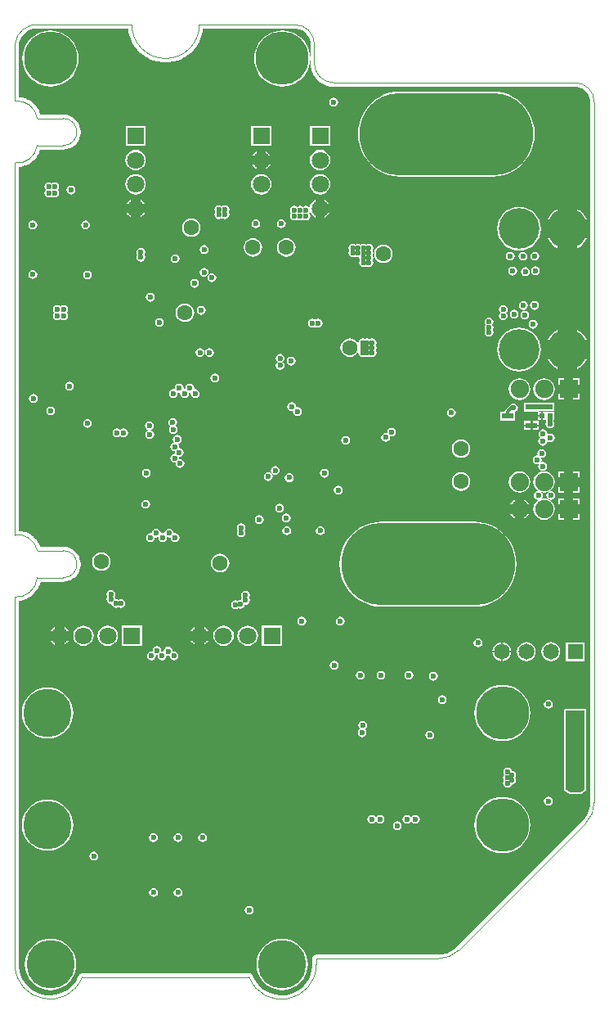
<source format=gbl>
G04 Layer_Physical_Order=4*
G04 Layer_Color=16711680*
%FSLAX44Y44*%
%MOMM*%
G71*
G01*
G75*
%ADD11R,0.6000X0.5900*%
%ADD57C,0.5000*%
%ADD59C,0.3000*%
%ADD61C,0.1000*%
%ADD62O,1.9000X1.0500*%
%ADD63R,1.9000X1.9000*%
%ADD64C,1.9000*%
%ADD65R,1.6500X1.6500*%
%ADD66C,1.6500*%
%ADD67C,5.5000*%
%ADD68C,5.0000*%
%ADD69O,18.0000X8.5000*%
%ADD70C,4.2000*%
%ADD71R,1.8000X1.8000*%
%ADD72C,1.8000*%
%ADD73R,1.8000X1.8000*%
%ADD74C,0.6000*%
%ADD75C,1.6000*%
%ADD77R,1.2100X0.6000*%
G36*
X24550Y1003947D02*
X24777Y1003966D01*
X25000Y1003922D01*
X117197D01*
X117629Y1000639D01*
X117716Y1000385D01*
X117733Y1000116D01*
X118918Y995694D01*
X119037Y995453D01*
X119090Y995189D01*
X120842Y990959D01*
X120991Y990735D01*
X121078Y990481D01*
X123367Y986516D01*
X123544Y986314D01*
X123663Y986072D01*
X126450Y982440D01*
X126652Y982263D01*
X126802Y982039D01*
X130039Y978802D01*
X130263Y978652D01*
X130440Y978450D01*
X134072Y975663D01*
X134314Y975544D01*
X134516Y975367D01*
X138481Y973078D01*
X138736Y972991D01*
X138959Y972842D01*
X143189Y971090D01*
X143453Y971037D01*
X143694Y970918D01*
X148116Y969733D01*
X148385Y969716D01*
X148639Y969629D01*
X153179Y969032D01*
X153380Y969045D01*
X153577Y968999D01*
X155867Y968924D01*
X156000Y968946D01*
X156133Y968924D01*
X158422Y968999D01*
X158620Y969045D01*
X158821Y969032D01*
X163361Y969629D01*
X163615Y969716D01*
X163884Y969733D01*
X168306Y970918D01*
X168547Y971037D01*
X168811Y971090D01*
X173041Y972842D01*
X173265Y972991D01*
X173519Y973078D01*
X177484Y975367D01*
X177686Y975544D01*
X177928Y975663D01*
X181560Y978450D01*
X181737Y978652D01*
X181961Y978802D01*
X185198Y982039D01*
X185348Y982263D01*
X185550Y982440D01*
X188337Y986072D01*
X188456Y986314D01*
X188633Y986516D01*
X190922Y990481D01*
X191009Y990735D01*
X191158Y990959D01*
X192910Y995189D01*
X192963Y995453D01*
X193082Y995694D01*
X194267Y1000116D01*
X194284Y1000385D01*
X194371Y1000639D01*
X194803Y1003922D01*
X291568D01*
X294644Y1003310D01*
X297542Y1002110D01*
X300149Y1000367D01*
X302367Y998149D01*
X304110Y995542D01*
X305310Y992644D01*
X305922Y989568D01*
X305922Y988000D01*
Y988000D01*
Y988000D01*
Y968000D01*
X305942Y967900D01*
X305927Y967800D01*
X306023Y965840D01*
X306096Y965546D01*
Y965244D01*
X306861Y961399D01*
X307015Y961028D01*
X307093Y960634D01*
X308594Y957011D01*
X308817Y956677D01*
X308971Y956306D01*
X311149Y953046D01*
X311433Y952762D01*
X311656Y952428D01*
X314428Y949656D01*
X314762Y949433D01*
X315046Y949149D01*
X318306Y946971D01*
X318677Y946817D01*
X319011Y946594D01*
X322634Y945093D01*
X323027Y945015D01*
X323399Y944861D01*
X327244Y944096D01*
X327546D01*
X327840Y944023D01*
X329800Y943927D01*
X329900Y943942D01*
X330000Y943922D01*
X580000D01*
X580000D01*
X580000D01*
X581568Y943922D01*
X584644Y943310D01*
X587542Y942110D01*
X590149Y940367D01*
X592367Y938150D01*
X594110Y935542D01*
X595310Y932644D01*
X595922Y929568D01*
X595922Y928000D01*
Y928000D01*
Y928000D01*
Y203426D01*
Y202153D01*
X595672Y199618D01*
X595175Y197120D01*
X594436Y194683D01*
X593461Y192330D01*
X592261Y190083D01*
X590846Y187966D01*
X589230Y185997D01*
X588330Y185097D01*
X588330Y185097D01*
X588329Y185097D01*
X456903Y53671D01*
X456903Y53670D01*
X456003Y52770D01*
X454034Y51154D01*
X451917Y49739D01*
X449670Y48539D01*
X447318Y47564D01*
X444880Y46825D01*
X442382Y46328D01*
X439847Y46078D01*
X312000D01*
X310439Y45768D01*
X309116Y44884D01*
X308232Y43561D01*
X307922Y42000D01*
X307922Y36000D01*
X307922Y35999D01*
X307922Y35999D01*
X307922Y33782D01*
X307310Y29391D01*
X306096Y25126D01*
X304305Y21070D01*
X301971Y17300D01*
X299138Y13888D01*
X295861Y10901D01*
X292203Y8396D01*
X288233Y6420D01*
X284029Y5011D01*
X279670Y4197D01*
X275241Y3993D01*
X270826Y4403D01*
X266510Y5419D01*
X262375Y7022D01*
X258502Y9180D01*
X254965Y11853D01*
X251830Y14990D01*
X249159Y18529D01*
X247003Y22403D01*
X246204Y24470D01*
X246178Y24512D01*
X246168Y24561D01*
X245752Y25183D01*
X245352Y25814D01*
X245311Y25842D01*
X245284Y25884D01*
X244662Y26299D01*
X244050Y26730D01*
X244002Y26740D01*
X243961Y26768D01*
X243227Y26914D01*
X242497Y27077D01*
X242448Y27069D01*
X242400Y27078D01*
X69600Y27078D01*
X69559Y27070D01*
X69517Y27077D01*
X68779Y26915D01*
X68039Y26768D01*
X68004Y26744D01*
X67963Y26735D01*
X67344Y26303D01*
X66716Y25884D01*
X66693Y25849D01*
X66658Y25824D01*
X66252Y25188D01*
X65832Y24561D01*
X65824Y24519D01*
X65801Y24483D01*
X64996Y22422D01*
X62832Y18559D01*
X60157Y15032D01*
X57021Y11908D01*
X53484Y9245D01*
X49613Y7096D01*
X45483Y5501D01*
X41173Y4491D01*
X36765Y4084D01*
X32342Y4289D01*
X27991Y5102D01*
X23792Y6507D01*
X19828Y8477D01*
X16173Y10976D01*
X12898Y13954D01*
X10064Y17355D01*
X7727Y21115D01*
X5930Y25161D01*
X4708Y29416D01*
X4084Y33798D01*
X4078Y36001D01*
Y412096D01*
X6821Y412445D01*
X7202Y412573D01*
X7600Y412623D01*
X11607Y413965D01*
X11955Y414164D01*
X12336Y414291D01*
X16004Y416389D01*
X16307Y416652D01*
X16656Y416851D01*
X19844Y419624D01*
X20090Y419941D01*
X20393Y420205D01*
X22979Y423546D01*
X23158Y423905D01*
X23404Y424223D01*
X25289Y428004D01*
X25394Y428392D01*
X25573Y428751D01*
X26437Y431922D01*
X50000D01*
X50133Y431948D01*
X50267Y431931D01*
X52094Y432050D01*
X52482Y432154D01*
X52883Y432180D01*
X56413Y433126D01*
X56891Y433362D01*
X57397Y433534D01*
X60562Y435361D01*
X60963Y435713D01*
X61406Y436009D01*
X63991Y438594D01*
X64287Y439037D01*
X64639Y439438D01*
X66466Y442603D01*
X66638Y443108D01*
X66874Y443587D01*
X67819Y447117D01*
X67854Y447649D01*
X67958Y448173D01*
Y451827D01*
X67854Y452351D01*
X67819Y452883D01*
X66874Y456413D01*
X66638Y456892D01*
X66466Y457397D01*
X64639Y460562D01*
X64287Y460963D01*
X63991Y461406D01*
X61406Y463991D01*
X60963Y464287D01*
X60562Y464639D01*
X57397Y466466D01*
X56892Y466637D01*
X56413Y466874D01*
X52883Y467820D01*
X52482Y467846D01*
X52094Y467950D01*
X50267Y468069D01*
X50133Y468052D01*
X50000Y468078D01*
X26088Y468078D01*
X24941Y471000D01*
X24724Y471338D01*
X24578Y471712D01*
X22481Y474981D01*
X22202Y475270D01*
X21985Y475608D01*
X19291Y478406D01*
X18961Y478635D01*
X18683Y478924D01*
X15494Y481142D01*
X15126Y481303D01*
X14796Y481532D01*
X11237Y483086D01*
X10844Y483171D01*
X10476Y483332D01*
X6682Y484161D01*
X6280Y484169D01*
X5888Y484254D01*
X4078Y484288D01*
X4078Y860918D01*
X6364Y861090D01*
X6751Y861198D01*
X7152Y861228D01*
X11052Y862313D01*
X11410Y862494D01*
X11797Y862602D01*
X15411Y864427D01*
X15727Y864674D01*
X16086Y864855D01*
X19274Y867351D01*
X19536Y867655D01*
X19852Y867903D01*
X22493Y870972D01*
X22690Y871322D01*
X22952Y871626D01*
X24943Y875151D01*
X25068Y875533D01*
X25266Y875883D01*
X26265Y878922D01*
X50000D01*
X50133Y878948D01*
X50267Y878931D01*
X52094Y879050D01*
X52482Y879154D01*
X52883Y879181D01*
X56413Y880126D01*
X56891Y880362D01*
X57397Y880534D01*
X60562Y882361D01*
X60963Y882713D01*
X61406Y883009D01*
X63991Y885594D01*
X64287Y886037D01*
X64639Y886438D01*
X66466Y889603D01*
X66638Y890108D01*
X66874Y890587D01*
X67819Y894117D01*
X67854Y894649D01*
X67958Y895173D01*
Y898827D01*
X67854Y899351D01*
X67819Y899883D01*
X66874Y903413D01*
X66638Y903892D01*
X66466Y904397D01*
X64639Y907562D01*
X64287Y907963D01*
X63991Y908406D01*
X61406Y910991D01*
X60963Y911287D01*
X60562Y911639D01*
X57397Y913466D01*
X56892Y913637D01*
X56413Y913874D01*
X52883Y914819D01*
X52482Y914846D01*
X52094Y914950D01*
X50267Y915070D01*
X50133Y915052D01*
X50000Y915078D01*
X26265Y915078D01*
X25266Y918117D01*
X25068Y918467D01*
X24943Y918848D01*
X22952Y922374D01*
X22690Y922678D01*
X22493Y923028D01*
X19852Y926097D01*
X19536Y926345D01*
X19274Y926649D01*
X16086Y929144D01*
X15727Y929325D01*
X15411Y929573D01*
X11797Y931398D01*
X11410Y931506D01*
X11052Y931687D01*
X7152Y932772D01*
X6751Y932802D01*
X6364Y932910D01*
X4078Y933082D01*
X4079Y987774D01*
X4256Y989366D01*
X5361Y992851D01*
X7124Y996054D01*
X9478Y998851D01*
X12333Y1001135D01*
X15579Y1002818D01*
X19090Y1003835D01*
X22733Y1004148D01*
X24550Y1003947D01*
D02*
G37*
%LPC*%
G36*
X568400Y502000D02*
X562400D01*
Y496000D01*
X568400D01*
Y502000D01*
D02*
G37*
G36*
X584400D02*
X578400D01*
Y496000D01*
X584400D01*
Y502000D01*
D02*
G37*
G36*
X517600D02*
X512765D01*
X512991Y501452D01*
X514755Y499155D01*
X517052Y497392D01*
X517600Y497165D01*
Y502000D01*
D02*
G37*
G36*
X159500Y486587D02*
X157744Y486238D01*
X156255Y485243D01*
X155261Y483755D01*
X154911Y481999D01*
X154995Y481578D01*
X154755Y481738D01*
X153000Y482087D01*
X151244Y481738D01*
X151004Y481578D01*
X151088Y481999D01*
X150739Y483755D01*
X149744Y485243D01*
X148256Y486238D01*
X146500Y486587D01*
X144744Y486238D01*
X143255Y485243D01*
X142261Y483755D01*
X141912Y481999D01*
X141964Y481733D01*
X141956Y481739D01*
X140200Y482088D01*
X138444Y481739D01*
X136956Y480744D01*
X135961Y479256D01*
X135612Y477500D01*
X135961Y475744D01*
X136956Y474256D01*
X138444Y473261D01*
X140200Y472912D01*
X141956Y473261D01*
X143444Y474256D01*
X144439Y475744D01*
X144788Y477500D01*
X144735Y477766D01*
X144744Y477760D01*
X146500Y477411D01*
X148256Y477760D01*
X148495Y477920D01*
X148412Y477499D01*
X148761Y475743D01*
X149755Y474255D01*
X151244Y473260D01*
X153000Y472911D01*
X154755Y473260D01*
X156244Y474255D01*
X157239Y475743D01*
X157588Y477499D01*
X157504Y477920D01*
X157744Y477760D01*
X159500Y477411D01*
X161255Y477760D01*
X161495Y477920D01*
X161411Y477499D01*
X161761Y475743D01*
X162755Y474255D01*
X164244Y473260D01*
X166000Y472911D01*
X167756Y473260D01*
X169244Y474255D01*
X170239Y475743D01*
X170588Y477499D01*
X170239Y479255D01*
X169244Y480743D01*
X167756Y481738D01*
X166000Y482087D01*
X164244Y481738D01*
X164004Y481578D01*
X164088Y481999D01*
X163739Y483755D01*
X162744Y485243D01*
X161255Y486238D01*
X159500Y486587D01*
D02*
G37*
G36*
X253000Y500588D02*
X251244Y500239D01*
X249756Y499244D01*
X248761Y497756D01*
X248412Y496000D01*
X248761Y494244D01*
X249756Y492756D01*
X251244Y491761D01*
X253000Y491412D01*
X254756Y491761D01*
X256244Y492756D01*
X257239Y494244D01*
X257588Y496000D01*
X257239Y497756D01*
X256244Y499244D01*
X254756Y500239D01*
X253000Y500588D01*
D02*
G37*
G36*
X281000Y502588D02*
X279244Y502239D01*
X277756Y501244D01*
X276761Y499756D01*
X276412Y498000D01*
X276761Y496244D01*
X277756Y494756D01*
X279244Y493761D01*
X281000Y493412D01*
X282756Y493761D01*
X284244Y494756D01*
X285239Y496244D01*
X285588Y498000D01*
X285239Y499756D01*
X284244Y501244D01*
X282756Y502239D01*
X281000Y502588D01*
D02*
G37*
G36*
X135500Y516588D02*
X133744Y516239D01*
X132256Y515244D01*
X131261Y513756D01*
X130912Y512000D01*
X131261Y510244D01*
X132256Y508756D01*
X133744Y507761D01*
X135500Y507412D01*
X137256Y507761D01*
X138744Y508756D01*
X139739Y510244D01*
X140088Y512000D01*
X139739Y513756D01*
X138744Y515244D01*
X137256Y516239D01*
X135500Y516588D01*
D02*
G37*
G36*
X568400Y518000D02*
X562400D01*
Y512000D01*
X568400D01*
Y518000D01*
D02*
G37*
G36*
X517600Y516835D02*
X517052Y516609D01*
X514755Y514845D01*
X512991Y512547D01*
X512765Y512000D01*
X517600D01*
Y516835D01*
D02*
G37*
G36*
X527600Y516835D02*
Y512000D01*
X532435D01*
X532209Y512547D01*
X530445Y514845D01*
X528148Y516609D01*
X527600Y516835D01*
D02*
G37*
G36*
X532435Y502000D02*
X527600D01*
Y497165D01*
X528148Y497392D01*
X530445Y499155D01*
X532209Y501452D01*
X532435Y502000D01*
D02*
G37*
G36*
X274000Y512588D02*
X272244Y512239D01*
X270756Y511244D01*
X269761Y509756D01*
X269412Y508000D01*
X269761Y506244D01*
X270756Y504756D01*
X272244Y503761D01*
X274000Y503412D01*
X275756Y503761D01*
X277244Y504756D01*
X278239Y506244D01*
X278588Y508000D01*
X278239Y509756D01*
X277244Y511244D01*
X275756Y512239D01*
X274000Y512588D01*
D02*
G37*
G36*
X337000Y395588D02*
X335244Y395239D01*
X333756Y394244D01*
X332761Y392756D01*
X332412Y391000D01*
X332761Y389244D01*
X333756Y387756D01*
X335244Y386761D01*
X337000Y386412D01*
X338756Y386761D01*
X340244Y387756D01*
X341239Y389244D01*
X341588Y391000D01*
X341239Y392756D01*
X340244Y394244D01*
X338756Y395239D01*
X337000Y395588D01*
D02*
G37*
G36*
X99250Y423338D02*
X97494Y422989D01*
X96006Y421994D01*
X95011Y420506D01*
X94662Y418750D01*
X95011Y416994D01*
X95592Y416125D01*
X95011Y415256D01*
X94662Y413500D01*
X95011Y411744D01*
X96006Y410256D01*
X97494Y409261D01*
X99250Y408912D01*
X99951Y409051D01*
X100261Y407494D01*
X101256Y406006D01*
X102744Y405011D01*
X104500Y404662D01*
X106256Y405011D01*
X107125Y405592D01*
X107994Y405011D01*
X109750Y404662D01*
X111506Y405011D01*
X112994Y406006D01*
X113989Y407494D01*
X114338Y409250D01*
X113989Y411006D01*
X112994Y412494D01*
X111506Y413489D01*
X109750Y413838D01*
X107994Y413489D01*
X107125Y412908D01*
X106256Y413489D01*
X104500Y413838D01*
X103799Y413699D01*
X103489Y415256D01*
X102908Y416125D01*
X103489Y416994D01*
X103838Y418750D01*
X103489Y420506D01*
X102494Y421994D01*
X101006Y422989D01*
X99250Y423338D01*
D02*
G37*
G36*
X475250Y494094D02*
X380250D01*
X374495Y493717D01*
X368838Y492592D01*
X363376Y490738D01*
X358203Y488187D01*
X353407Y484982D01*
X349071Y481179D01*
X345268Y476843D01*
X342063Y472047D01*
X339512Y466874D01*
X337658Y461413D01*
X336533Y455756D01*
X336156Y450000D01*
X336533Y444244D01*
X337658Y438587D01*
X339512Y433126D01*
X342063Y427953D01*
X345268Y423157D01*
X349071Y418820D01*
X353407Y415018D01*
X358203Y411813D01*
X363376Y409262D01*
X368838Y407408D01*
X374495Y406283D01*
X380250Y405906D01*
X475250D01*
X481006Y406283D01*
X486662Y407408D01*
X492124Y409262D01*
X497297Y411813D01*
X502093Y415018D01*
X506429Y418820D01*
X510232Y423157D01*
X513437Y427953D01*
X515988Y433126D01*
X517842Y438587D01*
X518967Y444244D01*
X519344Y450000D01*
X518967Y455756D01*
X517842Y461413D01*
X515988Y466874D01*
X513437Y472047D01*
X510232Y476843D01*
X506429Y481179D01*
X502093Y484982D01*
X497297Y488187D01*
X492124Y490738D01*
X486662Y492592D01*
X481006Y493717D01*
X475250Y494094D01*
D02*
G37*
G36*
X51000Y385294D02*
Y381000D01*
X55294D01*
X55172Y381295D01*
X53489Y383489D01*
X51295Y385172D01*
X51000Y385294D01*
D02*
G37*
G36*
X196000Y385294D02*
Y381000D01*
X200294D01*
X200172Y381295D01*
X198489Y383489D01*
X196295Y385172D01*
X196000Y385294D01*
D02*
G37*
G36*
X297000Y395588D02*
X295244Y395239D01*
X293756Y394244D01*
X292761Y392756D01*
X292412Y391000D01*
X292761Y389244D01*
X293756Y387756D01*
X295244Y386761D01*
X297000Y386412D01*
X298756Y386761D01*
X300244Y387756D01*
X301239Y389244D01*
X301588Y391000D01*
X301239Y392756D01*
X300244Y394244D01*
X298756Y395239D01*
X297000Y395588D01*
D02*
G37*
G36*
X234300Y492138D02*
X232544Y491789D01*
X231056Y490794D01*
X230061Y489306D01*
X229712Y487550D01*
X230061Y485794D01*
X230575Y485025D01*
X230061Y484256D01*
X229712Y482500D01*
X230061Y480744D01*
X231056Y479256D01*
X232544Y478261D01*
X234300Y477912D01*
X236056Y478261D01*
X237544Y479256D01*
X238539Y480744D01*
X238888Y482500D01*
X238539Y484256D01*
X238025Y485025D01*
X238539Y485794D01*
X238888Y487550D01*
X238539Y489306D01*
X237544Y490794D01*
X236056Y491789D01*
X234300Y492138D01*
D02*
G37*
G36*
X281500Y489088D02*
X279744Y488739D01*
X278256Y487744D01*
X277261Y486256D01*
X276912Y484500D01*
X277261Y482744D01*
X278256Y481256D01*
X279744Y480261D01*
X281500Y479912D01*
X283256Y480261D01*
X284744Y481256D01*
X285739Y482744D01*
X286088Y484500D01*
X285739Y486256D01*
X284744Y487744D01*
X283256Y488739D01*
X281500Y489088D01*
D02*
G37*
G36*
X316100D02*
X314344Y488739D01*
X312856Y487744D01*
X311861Y486256D01*
X311512Y484500D01*
X311861Y482744D01*
X312856Y481256D01*
X314344Y480261D01*
X316100Y479912D01*
X317856Y480261D01*
X319344Y481256D01*
X320339Y482744D01*
X320688Y484500D01*
X320339Y486256D01*
X319344Y487744D01*
X317856Y488739D01*
X316100Y489088D01*
D02*
G37*
G36*
X238750Y422388D02*
X236994Y422039D01*
X235506Y421044D01*
X234511Y419556D01*
X234162Y417800D01*
X234511Y416044D01*
X235109Y415150D01*
X234511Y414256D01*
X234211Y412747D01*
X233500Y412888D01*
X231744Y412539D01*
X230838Y411933D01*
X230006Y412489D01*
X228250Y412838D01*
X226494Y412489D01*
X225006Y411494D01*
X224011Y410006D01*
X223662Y408250D01*
X224011Y406494D01*
X225006Y405006D01*
X226494Y404011D01*
X228250Y403662D01*
X230006Y404011D01*
X230912Y404617D01*
X231744Y404061D01*
X233500Y403712D01*
X235256Y404061D01*
X236744Y405056D01*
X237739Y406544D01*
X238039Y408053D01*
X238750Y407912D01*
X240506Y408261D01*
X241994Y409256D01*
X242989Y410744D01*
X243338Y412500D01*
X242989Y414256D01*
X242391Y415150D01*
X242989Y416044D01*
X243338Y417800D01*
X242989Y419556D01*
X241994Y421044D01*
X240506Y422039D01*
X238750Y422388D01*
D02*
G37*
G36*
X212500Y460832D02*
X210020Y460505D01*
X207709Y459548D01*
X205725Y458025D01*
X204202Y456041D01*
X203244Y453730D01*
X202918Y451250D01*
X203244Y448770D01*
X204202Y446459D01*
X205725Y444474D01*
X207709Y442952D01*
X210020Y441995D01*
X212500Y441668D01*
X214980Y441995D01*
X217291Y442952D01*
X219275Y444474D01*
X220798Y446459D01*
X221755Y448770D01*
X222082Y451250D01*
X221755Y453730D01*
X220798Y456041D01*
X219275Y458025D01*
X217291Y459548D01*
X214980Y460505D01*
X212500Y460832D01*
D02*
G37*
G36*
X89500Y462332D02*
X87020Y462006D01*
X84709Y461048D01*
X82725Y459525D01*
X81202Y457541D01*
X80245Y455230D01*
X79918Y452750D01*
X80245Y450270D01*
X81202Y447959D01*
X82725Y445975D01*
X84709Y444452D01*
X87020Y443494D01*
X89500Y443168D01*
X91980Y443494D01*
X94291Y444452D01*
X96275Y445975D01*
X97798Y447959D01*
X98756Y450270D01*
X99082Y452750D01*
X98756Y455230D01*
X97798Y457541D01*
X96275Y459525D01*
X94291Y461048D01*
X91980Y462006D01*
X89500Y462332D01*
D02*
G37*
G36*
X584400Y518000D02*
X578400D01*
Y512000D01*
X584400D01*
Y518000D01*
D02*
G37*
G36*
X545500Y569088D02*
X543744Y568739D01*
X542256Y567744D01*
X541261Y566256D01*
X540912Y564500D01*
X541261Y562744D01*
X541421Y562504D01*
X541000Y562588D01*
X539244Y562239D01*
X537756Y561244D01*
X536761Y559756D01*
X536412Y558000D01*
X536761Y556244D01*
X537756Y554756D01*
X539244Y553761D01*
X541000Y553412D01*
X542756Y553761D01*
X543076Y553975D01*
X542261Y552756D01*
X541912Y551000D01*
X542261Y549244D01*
X543256Y547756D01*
X544744Y546761D01*
X546500Y546412D01*
X548256Y546761D01*
X549744Y547756D01*
X550739Y549244D01*
X551088Y551000D01*
X550739Y552756D01*
X549744Y554244D01*
X548256Y555239D01*
X546500Y555588D01*
X544744Y555239D01*
X544424Y555025D01*
X545239Y556244D01*
X545588Y558000D01*
X545239Y559756D01*
X545079Y559996D01*
X545500Y559912D01*
X547256Y560261D01*
X548744Y561256D01*
X549739Y562744D01*
X550088Y564500D01*
X549739Y566256D01*
X548744Y567744D01*
X547256Y568739D01*
X545500Y569088D01*
D02*
G37*
G36*
X168000Y583588D02*
X166244Y583239D01*
X164756Y582244D01*
X163761Y580756D01*
X163412Y579000D01*
X163761Y577244D01*
X164630Y575944D01*
X163594Y575738D01*
X162106Y574743D01*
X161111Y573255D01*
X160762Y571499D01*
X161111Y569743D01*
X162106Y568255D01*
X163594Y567260D01*
X165350Y566911D01*
X165707Y566982D01*
X165411Y565499D01*
X165706Y564017D01*
X165350Y564088D01*
X163594Y563739D01*
X162106Y562744D01*
X161111Y561256D01*
X160762Y559500D01*
X161111Y557744D01*
X162106Y556256D01*
X163594Y555261D01*
X165350Y554912D01*
X166644Y555169D01*
X166411Y553999D01*
X166761Y552243D01*
X167755Y550755D01*
X169244Y549760D01*
X171000Y549411D01*
X172756Y549760D01*
X174244Y550755D01*
X175239Y552243D01*
X175588Y553999D01*
X175239Y555755D01*
X174244Y557243D01*
X172756Y558238D01*
X171000Y558587D01*
X169705Y558330D01*
X169938Y559500D01*
X169643Y560982D01*
X170000Y560911D01*
X171756Y561260D01*
X173244Y562255D01*
X174239Y563743D01*
X174588Y565499D01*
X174239Y567255D01*
X173244Y568743D01*
X171756Y569738D01*
X170000Y570087D01*
X169643Y570016D01*
X169938Y571499D01*
X169589Y573255D01*
X168720Y574555D01*
X169756Y574761D01*
X171244Y575756D01*
X172239Y577244D01*
X172588Y579000D01*
X172239Y580756D01*
X171244Y582244D01*
X169756Y583239D01*
X168000Y583588D01*
D02*
G37*
G36*
X342500Y582588D02*
X340744Y582239D01*
X339256Y581244D01*
X338261Y579756D01*
X337912Y578000D01*
X338261Y576244D01*
X339256Y574756D01*
X340744Y573761D01*
X342500Y573412D01*
X344256Y573761D01*
X345744Y574756D01*
X346739Y576244D01*
X347088Y578000D01*
X346739Y579756D01*
X345744Y581244D01*
X344256Y582239D01*
X342500Y582588D01*
D02*
G37*
G36*
X584400Y546000D02*
X578400D01*
Y540000D01*
X584400D01*
Y546000D01*
D02*
G37*
G36*
X269500Y551588D02*
X267744Y551239D01*
X266256Y550244D01*
X265261Y548756D01*
X264912Y547000D01*
X265261Y545244D01*
X266256Y543756D01*
X267744Y542761D01*
X269500Y542412D01*
X271256Y542761D01*
X272744Y543756D01*
X273739Y545244D01*
X274088Y547000D01*
X273739Y548756D01*
X272744Y550244D01*
X271256Y551239D01*
X269500Y551588D01*
D02*
G37*
G36*
X462000Y579082D02*
X459520Y578755D01*
X457209Y577798D01*
X455224Y576275D01*
X453702Y574291D01*
X452744Y571980D01*
X452418Y569500D01*
X452744Y567020D01*
X453702Y564709D01*
X455224Y562725D01*
X457209Y561202D01*
X459520Y560244D01*
X462000Y559918D01*
X464480Y560244D01*
X466791Y561202D01*
X468775Y562725D01*
X470298Y564709D01*
X471255Y567020D01*
X471582Y569500D01*
X471255Y571980D01*
X470298Y574291D01*
X468775Y576275D01*
X466791Y577798D01*
X464480Y578755D01*
X462000Y579082D01*
D02*
G37*
G36*
X390000Y591088D02*
X388244Y590739D01*
X386756Y589744D01*
X385761Y588256D01*
X385412Y586500D01*
X385659Y585257D01*
X383999Y585587D01*
X382243Y585238D01*
X380755Y584243D01*
X379760Y582755D01*
X379411Y580999D01*
X379760Y579243D01*
X380755Y577755D01*
X382243Y576760D01*
X383999Y576411D01*
X385755Y576760D01*
X387243Y577755D01*
X388238Y579243D01*
X388587Y580999D01*
X388340Y582242D01*
X390000Y581912D01*
X391756Y582261D01*
X393244Y583256D01*
X394239Y584744D01*
X394588Y586500D01*
X394239Y588256D01*
X393244Y589744D01*
X391756Y590739D01*
X390000Y591088D01*
D02*
G37*
G36*
X112500Y590588D02*
X110744Y590239D01*
X109256Y589244D01*
X109000Y588862D01*
X108744Y589244D01*
X107256Y590239D01*
X105500Y590588D01*
X103744Y590239D01*
X102256Y589244D01*
X101261Y587756D01*
X100912Y586000D01*
X101261Y584244D01*
X102256Y582756D01*
X103744Y581761D01*
X105500Y581412D01*
X107256Y581761D01*
X108744Y582756D01*
X109000Y583138D01*
X109256Y582756D01*
X110744Y581761D01*
X112500Y581412D01*
X114256Y581761D01*
X115744Y582756D01*
X116739Y584244D01*
X117088Y586000D01*
X116739Y587756D01*
X115744Y589244D01*
X114256Y590239D01*
X112500Y590588D01*
D02*
G37*
G36*
X534150Y592500D02*
X527600D01*
Y589000D01*
X534150D01*
Y592500D01*
D02*
G37*
G36*
X547000Y589588D02*
X545244Y589239D01*
X543756Y588244D01*
X542761Y586756D01*
X542412Y585000D01*
X542761Y583244D01*
X543756Y581756D01*
X544637Y581167D01*
X543256Y580244D01*
X542261Y578756D01*
X541912Y577000D01*
X542261Y575244D01*
X543256Y573756D01*
X544744Y572761D01*
X546500Y572412D01*
X548256Y572761D01*
X549744Y573756D01*
X550739Y575244D01*
X551088Y577000D01*
X550945Y577721D01*
X551256Y577256D01*
X552744Y576261D01*
X554500Y575912D01*
X556256Y576261D01*
X557744Y577256D01*
X558739Y578744D01*
X559088Y580500D01*
X558739Y582256D01*
X557744Y583744D01*
X556256Y584739D01*
X554500Y585088D01*
X552744Y584739D01*
X551351Y583808D01*
X551588Y585000D01*
X551239Y586756D01*
X550244Y588244D01*
X548756Y589239D01*
X547000Y589588D01*
D02*
G37*
G36*
X139000Y597588D02*
X137244Y597239D01*
X135756Y596244D01*
X134761Y594756D01*
X134412Y593000D01*
X134761Y591244D01*
X135756Y589756D01*
X137244Y588761D01*
X138807Y588450D01*
X137744Y588239D01*
X136256Y587244D01*
X135261Y585756D01*
X134912Y584000D01*
X135261Y582244D01*
X136256Y580756D01*
X137744Y579761D01*
X139500Y579412D01*
X141256Y579761D01*
X142744Y580756D01*
X143739Y582244D01*
X144088Y584000D01*
X143739Y585756D01*
X142744Y587244D01*
X141256Y588239D01*
X139693Y588550D01*
X140756Y588761D01*
X142244Y589756D01*
X143239Y591244D01*
X143588Y593000D01*
X143239Y594756D01*
X142244Y596244D01*
X140756Y597239D01*
X139000Y597588D01*
D02*
G37*
G36*
X163500Y601088D02*
X161744Y600739D01*
X160256Y599744D01*
X159261Y598256D01*
X158912Y596500D01*
X159261Y594744D01*
X160256Y593256D01*
X161262Y592583D01*
X160756Y592244D01*
X159761Y590756D01*
X159412Y589000D01*
X159761Y587244D01*
X160756Y585756D01*
X162244Y584761D01*
X164000Y584412D01*
X165756Y584761D01*
X167244Y585756D01*
X168239Y587244D01*
X168588Y589000D01*
X168239Y590756D01*
X167244Y592244D01*
X166238Y592917D01*
X166744Y593256D01*
X167739Y594744D01*
X168088Y596500D01*
X167739Y598256D01*
X166744Y599744D01*
X165256Y600739D01*
X163500Y601088D01*
D02*
G37*
G36*
X568400Y530000D02*
X562400D01*
Y524000D01*
X568400D01*
Y530000D01*
D02*
G37*
G36*
X584400D02*
X578400D01*
Y524000D01*
X584400D01*
Y530000D01*
D02*
G37*
G36*
X548000Y546095D02*
X545128Y545717D01*
X542453Y544608D01*
X540155Y542845D01*
X538391Y540547D01*
X537283Y537872D01*
X536905Y535000D01*
X537283Y532128D01*
X538391Y529453D01*
X540155Y527155D01*
X542265Y525535D01*
X542000Y525588D01*
X540244Y525239D01*
X538756Y524244D01*
X537761Y522756D01*
X537412Y521000D01*
X537761Y519244D01*
X538756Y517756D01*
X540244Y516761D01*
X542000Y516412D01*
X542265Y516465D01*
X540155Y514845D01*
X538391Y512547D01*
X537283Y509872D01*
X536905Y507000D01*
X537283Y504128D01*
X538391Y501452D01*
X540155Y499155D01*
X542453Y497392D01*
X545128Y496283D01*
X548000Y495905D01*
X550872Y496283D01*
X553548Y497392D01*
X555845Y499155D01*
X557608Y501452D01*
X558717Y504128D01*
X559095Y507000D01*
X558717Y509872D01*
X557608Y512547D01*
X555845Y514845D01*
X553548Y516609D01*
X550872Y517717D01*
X548000Y518095D01*
X545200Y517726D01*
X545244Y517756D01*
X546239Y519244D01*
X546588Y521000D01*
X546239Y522756D01*
X545244Y524244D01*
X545200Y524274D01*
X548000Y523905D01*
X550872Y524283D01*
X553548Y525392D01*
X555845Y527155D01*
X557608Y529453D01*
X558717Y532128D01*
X559095Y535000D01*
X558717Y537872D01*
X557608Y540547D01*
X555845Y542845D01*
X553548Y544608D01*
X550872Y545717D01*
X548000Y546095D01*
D02*
G37*
G36*
X555000Y525588D02*
X553244Y525239D01*
X551756Y524244D01*
X550761Y522756D01*
X550412Y521000D01*
X550761Y519244D01*
X551756Y517756D01*
X553244Y516761D01*
X555000Y516412D01*
X556756Y516761D01*
X558244Y517756D01*
X559239Y519244D01*
X559588Y521000D01*
X559239Y522756D01*
X558244Y524244D01*
X556756Y525239D01*
X555000Y525588D01*
D02*
G37*
G36*
X334750Y531338D02*
X332994Y530989D01*
X331506Y529994D01*
X330511Y528506D01*
X330162Y526750D01*
X330511Y524994D01*
X331506Y523506D01*
X332994Y522511D01*
X334750Y522162D01*
X336506Y522511D01*
X337994Y523506D01*
X338989Y524994D01*
X339338Y526750D01*
X338989Y528506D01*
X337994Y529994D01*
X336506Y530989D01*
X334750Y531338D01*
D02*
G37*
G36*
X522600Y546095D02*
X519728Y545717D01*
X517052Y544608D01*
X514755Y542845D01*
X512991Y540547D01*
X511883Y537872D01*
X511505Y535000D01*
X511883Y532128D01*
X512991Y529453D01*
X514755Y527155D01*
X517052Y525392D01*
X519728Y524283D01*
X522600Y523905D01*
X525472Y524283D01*
X528148Y525392D01*
X530445Y527155D01*
X532209Y529453D01*
X533317Y532128D01*
X533695Y535000D01*
X533317Y537872D01*
X532209Y540547D01*
X530445Y542845D01*
X528148Y544608D01*
X525472Y545717D01*
X522600Y546095D01*
D02*
G37*
G36*
X136000Y548588D02*
X134244Y548239D01*
X132756Y547244D01*
X131761Y545756D01*
X131412Y544000D01*
X131761Y542244D01*
X132756Y540756D01*
X134244Y539761D01*
X136000Y539412D01*
X137756Y539761D01*
X139244Y540756D01*
X140239Y542244D01*
X140588Y544000D01*
X140239Y545756D01*
X139244Y547244D01*
X137756Y548239D01*
X136000Y548588D01*
D02*
G37*
G36*
X320500D02*
X318744Y548239D01*
X317256Y547244D01*
X316261Y545756D01*
X315912Y544000D01*
X316261Y542244D01*
X317256Y540756D01*
X318744Y539761D01*
X320500Y539412D01*
X322256Y539761D01*
X323744Y540756D01*
X324739Y542244D01*
X325088Y544000D01*
X324739Y545756D01*
X323744Y547244D01*
X322256Y548239D01*
X320500Y548588D01*
D02*
G37*
G36*
X568400Y546000D02*
X562400D01*
Y540000D01*
X568400D01*
Y546000D01*
D02*
G37*
G36*
X462000Y545082D02*
X459520Y544756D01*
X457209Y543798D01*
X455224Y542275D01*
X453702Y540291D01*
X452744Y537980D01*
X452418Y535500D01*
X452744Y533020D01*
X453702Y530709D01*
X455224Y528725D01*
X457209Y527202D01*
X459520Y526245D01*
X462000Y525918D01*
X464480Y526245D01*
X466791Y527202D01*
X468775Y528725D01*
X470298Y530709D01*
X471255Y533020D01*
X471582Y535500D01*
X471255Y537980D01*
X470298Y540291D01*
X468775Y542275D01*
X466791Y543798D01*
X464480Y544756D01*
X462000Y545082D01*
D02*
G37*
G36*
X284000Y544088D02*
X282244Y543739D01*
X280756Y542744D01*
X279761Y541256D01*
X279412Y539500D01*
X279761Y537744D01*
X280756Y536256D01*
X282244Y535261D01*
X284000Y534912D01*
X285756Y535261D01*
X287244Y536256D01*
X288239Y537744D01*
X288588Y539500D01*
X288239Y541256D01*
X287244Y542744D01*
X285756Y543739D01*
X284000Y544088D01*
D02*
G37*
G36*
X262500Y545088D02*
X260744Y544739D01*
X259256Y543744D01*
X258261Y542256D01*
X257912Y540500D01*
X258261Y538744D01*
X259256Y537256D01*
X260744Y536261D01*
X262500Y535912D01*
X264256Y536261D01*
X265744Y537256D01*
X266739Y538744D01*
X267088Y540500D01*
X266739Y542256D01*
X265744Y543744D01*
X264256Y544739D01*
X262500Y545088D01*
D02*
G37*
G36*
X590000Y300624D02*
X570500D01*
X569352Y300148D01*
X568876Y299000D01*
Y216500D01*
X569352Y215352D01*
X570500Y214876D01*
X570798D01*
X571136Y214436D01*
X572546Y213354D01*
X574188Y212674D01*
X575950Y212442D01*
X584450D01*
X586212Y212674D01*
X587854Y213354D01*
X589264Y214436D01*
X589602Y214876D01*
X590000D01*
X591148Y215352D01*
X591624Y216500D01*
Y296500D01*
Y299000D01*
X591148Y300148D01*
X590000Y300624D01*
D02*
G37*
G36*
X510500Y239588D02*
X508744Y239239D01*
X507256Y238244D01*
X506261Y236756D01*
X505912Y235000D01*
X506261Y233244D01*
X506876Y232325D01*
X506756Y232244D01*
X505761Y230756D01*
X505412Y229000D01*
X505761Y227244D01*
X506425Y226250D01*
X505761Y225256D01*
X505412Y223500D01*
X505761Y221744D01*
X506756Y220256D01*
X508244Y219261D01*
X510000Y218912D01*
X511756Y219261D01*
X513244Y220256D01*
X514239Y221744D01*
X514281Y221955D01*
X514500Y221912D01*
X516256Y222261D01*
X517744Y223256D01*
X518739Y224744D01*
X519088Y226500D01*
X518739Y228256D01*
X518242Y229000D01*
X518739Y229744D01*
X519088Y231500D01*
X518739Y233256D01*
X517744Y234744D01*
X516256Y235739D01*
X514887Y236011D01*
X514739Y236756D01*
X513744Y238244D01*
X512256Y239239D01*
X510500Y239588D01*
D02*
G37*
G36*
X504750Y325090D02*
X500199Y324731D01*
X495761Y323666D01*
X491544Y321919D01*
X487651Y319534D01*
X484180Y316569D01*
X481216Y313099D01*
X478831Y309206D01*
X477084Y304989D01*
X476018Y300551D01*
X475660Y296000D01*
X476018Y291449D01*
X477084Y287011D01*
X478831Y282794D01*
X481216Y278902D01*
X484180Y275431D01*
X487651Y272466D01*
X491544Y270081D01*
X495761Y268334D01*
X500199Y267269D01*
X504750Y266910D01*
X509301Y267269D01*
X513739Y268334D01*
X517956Y270081D01*
X521848Y272466D01*
X525320Y275431D01*
X528284Y278902D01*
X530669Y282794D01*
X532416Y287011D01*
X533481Y291449D01*
X533840Y296000D01*
X533481Y300551D01*
X532416Y304989D01*
X530669Y309206D01*
X528284Y313099D01*
X525320Y316569D01*
X521848Y319534D01*
X517956Y321919D01*
X513739Y323666D01*
X509301Y324731D01*
X504750Y325090D01*
D02*
G37*
G36*
X414750Y190588D02*
X412994Y190239D01*
X411506Y189244D01*
X410511Y187756D01*
X410375Y187072D01*
X410239Y187756D01*
X409244Y189244D01*
X407756Y190239D01*
X406000Y190588D01*
X404244Y190239D01*
X402756Y189244D01*
X401761Y187756D01*
X401412Y186000D01*
X401761Y184244D01*
X402756Y182756D01*
X404244Y181761D01*
X406000Y181412D01*
X407756Y181761D01*
X409244Y182756D01*
X410239Y184244D01*
X410375Y184928D01*
X410511Y184244D01*
X411506Y182756D01*
X412994Y181761D01*
X414750Y181412D01*
X416506Y181761D01*
X417994Y182756D01*
X418989Y184244D01*
X419338Y186000D01*
X418989Y187756D01*
X417994Y189244D01*
X416506Y190239D01*
X414750Y190588D01*
D02*
G37*
G36*
X378000D02*
X376244Y190239D01*
X374756Y189244D01*
X373761Y187756D01*
X373750Y187700D01*
X373739Y187756D01*
X372744Y189244D01*
X371256Y190239D01*
X369500Y190588D01*
X367744Y190239D01*
X366256Y189244D01*
X365261Y187756D01*
X364912Y186000D01*
X365261Y184244D01*
X366256Y182756D01*
X367744Y181761D01*
X369500Y181412D01*
X371256Y181761D01*
X372744Y182756D01*
X373739Y184244D01*
X373750Y184300D01*
X373761Y184244D01*
X374756Y182756D01*
X376244Y181761D01*
X378000Y181412D01*
X379756Y181761D01*
X381244Y182756D01*
X382239Y184244D01*
X382588Y186000D01*
X382239Y187756D01*
X381244Y189244D01*
X379756Y190239D01*
X378000Y190588D01*
D02*
G37*
G36*
X552500Y209588D02*
X550744Y209239D01*
X549256Y208244D01*
X548261Y206756D01*
X547912Y205000D01*
X548261Y203244D01*
X549256Y201756D01*
X550744Y200761D01*
X552500Y200412D01*
X554256Y200761D01*
X555744Y201756D01*
X556739Y203244D01*
X557088Y205000D01*
X556739Y206756D01*
X555744Y208244D01*
X554256Y209239D01*
X552500Y209588D01*
D02*
G37*
G36*
Y309588D02*
X550744Y309239D01*
X549256Y308244D01*
X548261Y306756D01*
X547912Y305000D01*
X548261Y303244D01*
X549256Y301756D01*
X550744Y300761D01*
X552500Y300412D01*
X554256Y300761D01*
X555744Y301756D01*
X556739Y303244D01*
X557088Y305000D01*
X556739Y306756D01*
X555744Y308244D01*
X554256Y309239D01*
X552500Y309588D01*
D02*
G37*
G36*
X442500Y314588D02*
X440744Y314239D01*
X439256Y313244D01*
X438261Y311756D01*
X437912Y310000D01*
X438261Y308244D01*
X439256Y306756D01*
X440744Y305761D01*
X442500Y305412D01*
X444256Y305761D01*
X445744Y306756D01*
X446739Y308244D01*
X447088Y310000D01*
X446739Y311756D01*
X445744Y313244D01*
X444256Y314239D01*
X442500Y314588D01*
D02*
G37*
G36*
X433450Y338588D02*
X431694Y338239D01*
X430206Y337244D01*
X429211Y335756D01*
X428862Y334000D01*
X429211Y332244D01*
X430206Y330756D01*
X431694Y329761D01*
X433450Y329412D01*
X435206Y329761D01*
X436694Y330756D01*
X437689Y332244D01*
X438038Y334000D01*
X437689Y335756D01*
X436694Y337244D01*
X435206Y338239D01*
X433450Y338588D01*
D02*
G37*
G36*
X429500Y277838D02*
X427744Y277489D01*
X426256Y276494D01*
X425261Y275006D01*
X424912Y273250D01*
X425261Y271494D01*
X426256Y270006D01*
X427744Y269011D01*
X429500Y268662D01*
X431256Y269011D01*
X432744Y270006D01*
X433739Y271494D01*
X434088Y273250D01*
X433739Y275006D01*
X432744Y276494D01*
X431256Y277489D01*
X429500Y277838D01*
D02*
G37*
G36*
X33750Y322582D02*
X29592Y322255D01*
X25536Y321281D01*
X21682Y319685D01*
X18125Y317505D01*
X14954Y314796D01*
X12245Y311625D01*
X10065Y308068D01*
X8469Y304214D01*
X7495Y300158D01*
X7168Y296000D01*
X7495Y291842D01*
X8469Y287786D01*
X10065Y283932D01*
X12245Y280375D01*
X14954Y277204D01*
X18125Y274495D01*
X21682Y272315D01*
X25536Y270719D01*
X29592Y269745D01*
X33750Y269418D01*
X37908Y269745D01*
X41964Y270719D01*
X45818Y272315D01*
X49374Y274495D01*
X52546Y277204D01*
X55255Y280375D01*
X57435Y283932D01*
X59031Y287786D01*
X60005Y291842D01*
X60332Y296000D01*
X60005Y300158D01*
X59031Y304214D01*
X57435Y308068D01*
X55255Y311625D01*
X52546Y314796D01*
X49374Y317505D01*
X45818Y319685D01*
X41964Y321281D01*
X37908Y322255D01*
X33750Y322582D01*
D02*
G37*
G36*
X360000Y287888D02*
X358244Y287539D01*
X356756Y286544D01*
X355761Y285056D01*
X355412Y283300D01*
X355761Y281544D01*
X356756Y280056D01*
X357487Y279567D01*
X356256Y278744D01*
X355261Y277256D01*
X354912Y275500D01*
X355261Y273744D01*
X356256Y272256D01*
X357744Y271261D01*
X359500Y270912D01*
X361256Y271261D01*
X362744Y272256D01*
X363739Y273744D01*
X364088Y275500D01*
X363739Y277256D01*
X362744Y278744D01*
X362013Y279233D01*
X363244Y280056D01*
X364239Y281544D01*
X364588Y283300D01*
X364239Y285056D01*
X363244Y286544D01*
X361756Y287539D01*
X360000Y287888D01*
D02*
G37*
G36*
X143400Y114838D02*
X141644Y114489D01*
X140156Y113494D01*
X139161Y112006D01*
X138812Y110250D01*
X139161Y108494D01*
X140156Y107006D01*
X141644Y106011D01*
X143400Y105662D01*
X145156Y106011D01*
X146644Y107006D01*
X147639Y108494D01*
X147988Y110250D01*
X147639Y112006D01*
X146644Y113494D01*
X145156Y114489D01*
X143400Y114838D01*
D02*
G37*
G36*
X168800D02*
X167044Y114489D01*
X165556Y113494D01*
X164561Y112006D01*
X164212Y110250D01*
X164561Y108494D01*
X165556Y107006D01*
X167044Y106011D01*
X168800Y105662D01*
X170556Y106011D01*
X172044Y107006D01*
X173039Y108494D01*
X173388Y110250D01*
X173039Y112006D01*
X172044Y113494D01*
X170556Y114489D01*
X168800Y114838D01*
D02*
G37*
G36*
X81500Y152588D02*
X79744Y152239D01*
X78256Y151244D01*
X77261Y149756D01*
X76912Y148000D01*
X77261Y146244D01*
X78256Y144756D01*
X79744Y143761D01*
X81500Y143412D01*
X83256Y143761D01*
X84744Y144756D01*
X85739Y146244D01*
X86088Y148000D01*
X85739Y149756D01*
X84744Y151244D01*
X83256Y152239D01*
X81500Y152588D01*
D02*
G37*
G36*
X36750Y62582D02*
X32592Y62255D01*
X28536Y61281D01*
X24682Y59685D01*
X21126Y57505D01*
X17954Y54796D01*
X15245Y51624D01*
X13065Y48068D01*
X11469Y44214D01*
X10495Y40158D01*
X10168Y36000D01*
X10495Y31842D01*
X11469Y27786D01*
X13065Y23932D01*
X15245Y20375D01*
X17954Y17204D01*
X21126Y14495D01*
X24682Y12315D01*
X28536Y10719D01*
X32592Y9745D01*
X36750Y9418D01*
X40908Y9745D01*
X44964Y10719D01*
X48818Y12315D01*
X52375Y14495D01*
X55546Y17204D01*
X58255Y20375D01*
X60435Y23932D01*
X62031Y27786D01*
X63005Y31842D01*
X63332Y36000D01*
X63005Y40158D01*
X62031Y44214D01*
X60435Y48068D01*
X58255Y51624D01*
X55546Y54796D01*
X52375Y57505D01*
X48818Y59685D01*
X44964Y61281D01*
X40908Y62255D01*
X36750Y62582D01*
D02*
G37*
G36*
X276750D02*
X272592Y62255D01*
X268536Y61281D01*
X264682Y59685D01*
X261126Y57505D01*
X257954Y54796D01*
X255245Y51624D01*
X253065Y48068D01*
X251469Y44214D01*
X250495Y40158D01*
X250168Y36000D01*
X250495Y31842D01*
X251469Y27786D01*
X253065Y23932D01*
X255245Y20375D01*
X257954Y17204D01*
X261126Y14495D01*
X264682Y12315D01*
X268536Y10719D01*
X272592Y9745D01*
X276750Y9418D01*
X280908Y9745D01*
X284964Y10719D01*
X288818Y12315D01*
X292374Y14495D01*
X295546Y17204D01*
X298255Y20375D01*
X300435Y23932D01*
X302031Y27786D01*
X303005Y31842D01*
X303332Y36000D01*
X303005Y40158D01*
X302031Y44214D01*
X300435Y48068D01*
X298255Y51624D01*
X295546Y54796D01*
X292374Y57505D01*
X288818Y59685D01*
X284964Y61281D01*
X280908Y62255D01*
X276750Y62582D01*
D02*
G37*
G36*
X242500Y96588D02*
X240744Y96239D01*
X239256Y95244D01*
X238261Y93756D01*
X237912Y92000D01*
X238261Y90244D01*
X239256Y88756D01*
X240744Y87761D01*
X242500Y87412D01*
X244256Y87761D01*
X245744Y88756D01*
X246739Y90244D01*
X247088Y92000D01*
X246739Y93756D01*
X245744Y95244D01*
X244256Y96239D01*
X242500Y96588D01*
D02*
G37*
G36*
X168750Y171588D02*
X166994Y171239D01*
X165506Y170244D01*
X164511Y168756D01*
X164162Y167000D01*
X164511Y165244D01*
X165506Y163756D01*
X166994Y162761D01*
X168750Y162412D01*
X170506Y162761D01*
X171994Y163756D01*
X172989Y165244D01*
X173338Y167000D01*
X172989Y168756D01*
X171994Y170244D01*
X170506Y171239D01*
X168750Y171588D01*
D02*
G37*
G36*
X194200D02*
X192444Y171239D01*
X190956Y170244D01*
X189961Y168756D01*
X189612Y167000D01*
X189961Y165244D01*
X190956Y163756D01*
X192444Y162761D01*
X194200Y162412D01*
X195956Y162761D01*
X197444Y163756D01*
X198439Y165244D01*
X198788Y167000D01*
X198439Y168756D01*
X197444Y170244D01*
X195956Y171239D01*
X194200Y171588D01*
D02*
G37*
G36*
X396000Y184088D02*
X394244Y183739D01*
X392756Y182744D01*
X391761Y181256D01*
X391412Y179500D01*
X391761Y177744D01*
X392756Y176256D01*
X394244Y175261D01*
X396000Y174912D01*
X397756Y175261D01*
X399244Y176256D01*
X400239Y177744D01*
X400588Y179500D01*
X400239Y181256D01*
X399244Y182744D01*
X397756Y183739D01*
X396000Y184088D01*
D02*
G37*
G36*
X504750Y209090D02*
X500199Y208731D01*
X495761Y207666D01*
X491544Y205919D01*
X487651Y203534D01*
X484180Y200569D01*
X481216Y197099D01*
X478831Y193206D01*
X477084Y188989D01*
X476018Y184551D01*
X475660Y180000D01*
X476018Y175449D01*
X477084Y171011D01*
X478831Y166794D01*
X481216Y162901D01*
X484180Y159431D01*
X487651Y156466D01*
X491544Y154081D01*
X495761Y152334D01*
X500199Y151269D01*
X504750Y150910D01*
X509301Y151269D01*
X513739Y152334D01*
X517956Y154081D01*
X521848Y156466D01*
X525320Y159431D01*
X528284Y162901D01*
X530669Y166794D01*
X532416Y171011D01*
X533481Y175449D01*
X533840Y180000D01*
X533481Y184551D01*
X532416Y188989D01*
X530669Y193206D01*
X528284Y197099D01*
X525320Y200569D01*
X521848Y203534D01*
X517956Y205919D01*
X513739Y207666D01*
X509301Y208731D01*
X504750Y209090D01*
D02*
G37*
G36*
X33750Y206582D02*
X29592Y206255D01*
X25536Y205281D01*
X21682Y203685D01*
X18125Y201505D01*
X14954Y198796D01*
X12245Y195625D01*
X10065Y192068D01*
X8469Y188214D01*
X7495Y184158D01*
X7168Y180000D01*
X7495Y175842D01*
X8469Y171786D01*
X10065Y167932D01*
X12245Y164375D01*
X14954Y161204D01*
X18125Y158495D01*
X21682Y156315D01*
X25536Y154719D01*
X29592Y153745D01*
X33750Y153418D01*
X37908Y153745D01*
X41964Y154719D01*
X45818Y156315D01*
X49374Y158495D01*
X52546Y161204D01*
X55255Y164375D01*
X57435Y167932D01*
X59031Y171786D01*
X60005Y175842D01*
X60332Y180000D01*
X60005Y184158D01*
X59031Y188214D01*
X57435Y192068D01*
X55255Y195625D01*
X52546Y198796D01*
X49374Y201505D01*
X45818Y203685D01*
X41964Y205281D01*
X37908Y206255D01*
X33750Y206582D01*
D02*
G37*
G36*
X143250Y171588D02*
X141494Y171239D01*
X140006Y170244D01*
X139011Y168756D01*
X138662Y167000D01*
X139011Y165244D01*
X140006Y163756D01*
X141494Y162761D01*
X143250Y162412D01*
X145006Y162761D01*
X146494Y163756D01*
X147489Y165244D01*
X147838Y167000D01*
X147489Y168756D01*
X146494Y170244D01*
X145006Y171239D01*
X143250Y171588D01*
D02*
G37*
G36*
X357500Y339588D02*
X355744Y339239D01*
X354256Y338244D01*
X353261Y336756D01*
X352912Y335000D01*
X353261Y333244D01*
X354256Y331756D01*
X355744Y330761D01*
X357500Y330412D01*
X359256Y330761D01*
X360744Y331756D01*
X361739Y333244D01*
X362088Y335000D01*
X361739Y336756D01*
X360744Y338244D01*
X359256Y339239D01*
X357500Y339588D01*
D02*
G37*
G36*
X241000Y386591D02*
X238259Y386230D01*
X235705Y385172D01*
X233511Y383489D01*
X231828Y381295D01*
X230770Y378741D01*
X230409Y376000D01*
X230770Y373259D01*
X231828Y370705D01*
X233511Y368511D01*
X235705Y366828D01*
X238259Y365770D01*
X241000Y365409D01*
X243741Y365770D01*
X246295Y366828D01*
X248489Y368511D01*
X250172Y370705D01*
X251230Y373259D01*
X251591Y376000D01*
X251230Y378741D01*
X250172Y381295D01*
X248489Y383489D01*
X246295Y385172D01*
X243741Y386230D01*
X241000Y386591D01*
D02*
G37*
G36*
X131500Y386500D02*
X110500D01*
Y365500D01*
X131500D01*
Y386500D01*
D02*
G37*
G36*
X276500D02*
X255500D01*
Y365500D01*
X276500D01*
Y386500D01*
D02*
G37*
G36*
X71000Y386591D02*
X68259Y386230D01*
X65705Y385172D01*
X63511Y383489D01*
X61828Y381295D01*
X60770Y378741D01*
X60409Y376000D01*
X60770Y373259D01*
X61828Y370705D01*
X63511Y368511D01*
X65705Y366828D01*
X68259Y365770D01*
X71000Y365409D01*
X73741Y365770D01*
X76295Y366828D01*
X78489Y368511D01*
X80172Y370705D01*
X81230Y373259D01*
X81591Y376000D01*
X81230Y378741D01*
X80172Y381295D01*
X78489Y383489D01*
X76295Y385172D01*
X73741Y386230D01*
X71000Y386591D01*
D02*
G37*
G36*
X96000D02*
X93259Y386230D01*
X90705Y385172D01*
X88511Y383489D01*
X86828Y381295D01*
X85770Y378741D01*
X85409Y376000D01*
X85770Y373259D01*
X86828Y370705D01*
X88511Y368511D01*
X90705Y366828D01*
X93259Y365770D01*
X96000Y365409D01*
X98741Y365770D01*
X101295Y366828D01*
X103489Y368511D01*
X105172Y370705D01*
X106230Y373259D01*
X106591Y376000D01*
X106230Y378741D01*
X105172Y381295D01*
X103489Y383489D01*
X101295Y385172D01*
X98741Y386230D01*
X96000Y386591D01*
D02*
G37*
G36*
X216000D02*
X213259Y386230D01*
X210705Y385172D01*
X208511Y383489D01*
X206828Y381295D01*
X205770Y378741D01*
X205409Y376000D01*
X205770Y373259D01*
X206828Y370705D01*
X208511Y368511D01*
X210705Y366828D01*
X213259Y365770D01*
X216000Y365409D01*
X218741Y365770D01*
X221295Y366828D01*
X223489Y368511D01*
X225172Y370705D01*
X226230Y373259D01*
X226591Y376000D01*
X226230Y378741D01*
X225172Y381295D01*
X223489Y383489D01*
X221295Y385172D01*
X218741Y386230D01*
X216000Y386591D01*
D02*
G37*
G36*
X200294Y371000D02*
X196000D01*
Y366706D01*
X196295Y366828D01*
X198489Y368511D01*
X200172Y370705D01*
X200294Y371000D01*
D02*
G37*
G36*
X186000Y385294D02*
X185705Y385172D01*
X183511Y383489D01*
X181828Y381295D01*
X181706Y381000D01*
X186000D01*
Y385294D01*
D02*
G37*
G36*
X41000Y385294D02*
X40705Y385172D01*
X38511Y383489D01*
X36828Y381295D01*
X36706Y381000D01*
X41000D01*
Y385294D01*
D02*
G37*
G36*
X186000Y371000D02*
X181706D01*
X181828Y370705D01*
X183511Y368511D01*
X185705Y366828D01*
X186000Y366706D01*
Y371000D01*
D02*
G37*
G36*
X55294D02*
X51000D01*
Y366706D01*
X51295Y366828D01*
X53489Y368511D01*
X55172Y370705D01*
X55294Y371000D01*
D02*
G37*
G36*
X41000D02*
X36706D01*
X36828Y370705D01*
X38511Y368511D01*
X40705Y366828D01*
X41000Y366706D01*
Y371000D01*
D02*
G37*
G36*
X529500Y369334D02*
X526955Y368999D01*
X524583Y368017D01*
X522546Y366454D01*
X520983Y364417D01*
X520001Y362045D01*
X519666Y359500D01*
X520001Y356955D01*
X520983Y354583D01*
X522546Y352546D01*
X524583Y350983D01*
X526955Y350001D01*
X529500Y349666D01*
X532045Y350001D01*
X534417Y350983D01*
X536454Y352546D01*
X538017Y354583D01*
X538999Y356955D01*
X539334Y359500D01*
X538999Y362045D01*
X538017Y364417D01*
X536454Y366454D01*
X534417Y368017D01*
X532045Y368999D01*
X529500Y369334D01*
D02*
G37*
G36*
X554900D02*
X552355Y368999D01*
X549983Y368017D01*
X547946Y366454D01*
X546383Y364417D01*
X545401Y362045D01*
X545066Y359500D01*
X545401Y356955D01*
X546383Y354583D01*
X547946Y352546D01*
X549983Y350983D01*
X552355Y350001D01*
X554900Y349666D01*
X557445Y350001D01*
X559817Y350983D01*
X561854Y352546D01*
X563417Y354583D01*
X564399Y356955D01*
X564734Y359500D01*
X564399Y362045D01*
X563417Y364417D01*
X561854Y366454D01*
X559817Y368017D01*
X557445Y368999D01*
X554900Y369334D01*
D02*
G37*
G36*
X590050Y369250D02*
X570550D01*
Y349750D01*
X590050D01*
Y369250D01*
D02*
G37*
G36*
X379000Y339588D02*
X377244Y339239D01*
X375756Y338244D01*
X374761Y336756D01*
X374412Y335000D01*
X374761Y333244D01*
X375756Y331756D01*
X377244Y330761D01*
X379000Y330412D01*
X380756Y330761D01*
X382244Y331756D01*
X383239Y333244D01*
X383588Y335000D01*
X383239Y336756D01*
X382244Y338244D01*
X380756Y339239D01*
X379000Y339588D01*
D02*
G37*
G36*
X408000D02*
X406244Y339239D01*
X404756Y338244D01*
X403761Y336756D01*
X403412Y335000D01*
X403761Y333244D01*
X404756Y331756D01*
X406244Y330761D01*
X408000Y330412D01*
X409756Y330761D01*
X411244Y331756D01*
X412239Y333244D01*
X412588Y335000D01*
X412239Y336756D01*
X411244Y338244D01*
X409756Y339239D01*
X408000Y339588D01*
D02*
G37*
G36*
X330500Y350088D02*
X328744Y349739D01*
X327256Y348744D01*
X326261Y347256D01*
X325912Y345500D01*
X326261Y343744D01*
X327256Y342256D01*
X328744Y341261D01*
X330500Y340912D01*
X332256Y341261D01*
X333744Y342256D01*
X334739Y343744D01*
X335088Y345500D01*
X334739Y347256D01*
X333744Y348744D01*
X332256Y349739D01*
X330500Y350088D01*
D02*
G37*
G36*
X503100Y369202D02*
X501555Y368999D01*
X499183Y368017D01*
X497146Y366454D01*
X495583Y364417D01*
X494601Y362045D01*
X494398Y360500D01*
X503100D01*
Y369202D01*
D02*
G37*
G36*
X505100Y369202D02*
Y360500D01*
X513802D01*
X513599Y362045D01*
X512617Y364417D01*
X511054Y366454D01*
X509017Y368017D01*
X506645Y368999D01*
X505100Y369202D01*
D02*
G37*
G36*
X479500Y373088D02*
X477744Y372739D01*
X476256Y371744D01*
X475261Y370256D01*
X474912Y368500D01*
X475261Y366744D01*
X476256Y365256D01*
X477744Y364261D01*
X479500Y363912D01*
X481256Y364261D01*
X482744Y365256D01*
X483739Y366744D01*
X484088Y368500D01*
X483739Y370256D01*
X482744Y371744D01*
X481256Y372739D01*
X479500Y373088D01*
D02*
G37*
G36*
X513802Y358500D02*
X505100D01*
Y349798D01*
X506645Y350001D01*
X509017Y350983D01*
X511054Y352546D01*
X512617Y354583D01*
X513599Y356955D01*
X513802Y358500D01*
D02*
G37*
G36*
X503100D02*
X494398D01*
X494601Y356955D01*
X495583Y354583D01*
X497146Y352546D01*
X499183Y350983D01*
X501555Y350001D01*
X503100Y349798D01*
Y358500D01*
D02*
G37*
G36*
X147000Y365088D02*
X145244Y364739D01*
X143756Y363744D01*
X142761Y362256D01*
X142412Y360500D01*
X142638Y359361D01*
X141500Y359587D01*
X139744Y359238D01*
X138255Y358244D01*
X137261Y356755D01*
X136912Y354999D01*
X137261Y353243D01*
X138255Y351755D01*
X139744Y350760D01*
X141500Y350411D01*
X143256Y350760D01*
X144744Y351755D01*
X145739Y353243D01*
X146088Y354999D01*
X145861Y356138D01*
X147000Y355912D01*
X148138Y356138D01*
X147912Y354999D01*
X148261Y353243D01*
X149255Y351755D01*
X150744Y350760D01*
X152500Y350411D01*
X154256Y350760D01*
X155744Y351755D01*
X156739Y353243D01*
X157088Y354999D01*
X156944Y355720D01*
X158499Y355411D01*
X160055Y355720D01*
X159911Y355000D01*
X160261Y353244D01*
X161255Y351756D01*
X162744Y350761D01*
X164500Y350412D01*
X166255Y350761D01*
X167744Y351756D01*
X168739Y353244D01*
X169088Y355000D01*
X168739Y356756D01*
X167744Y358244D01*
X166255Y359239D01*
X164500Y359588D01*
X162944Y359279D01*
X163087Y359999D01*
X162738Y361755D01*
X161744Y363244D01*
X160255Y364238D01*
X158499Y364587D01*
X156743Y364238D01*
X155255Y363244D01*
X154260Y361755D01*
X153911Y359999D01*
X154055Y359278D01*
X152500Y359587D01*
X151362Y359361D01*
X151588Y360500D01*
X151239Y362256D01*
X150244Y363744D01*
X148756Y364739D01*
X147000Y365088D01*
D02*
G37*
G36*
X542700Y592500D02*
X536150D01*
Y589000D01*
X542700D01*
Y592500D01*
D02*
G37*
G36*
X366450Y781588D02*
X364694Y781239D01*
X363725Y780591D01*
X362756Y781239D01*
X361000Y781588D01*
X359244Y781239D01*
X358250Y780575D01*
X357256Y781239D01*
X355500Y781588D01*
X353744Y781239D01*
X352750Y780575D01*
X351756Y781239D01*
X350000Y781588D01*
X348244Y781239D01*
X346756Y780244D01*
X345761Y778756D01*
X345412Y777000D01*
X345761Y775244D01*
X346258Y774500D01*
X345761Y773756D01*
X345412Y772000D01*
X345761Y770244D01*
X346756Y768756D01*
X348244Y767761D01*
X350000Y767412D01*
X351756Y767761D01*
X352750Y768425D01*
X353744Y767761D01*
X355500Y767412D01*
X356535Y767618D01*
X356412Y767000D01*
X356761Y765244D01*
X357258Y764500D01*
X356761Y763756D01*
X356412Y762000D01*
X356761Y760244D01*
X357756Y758756D01*
X359244Y757761D01*
X361000Y757412D01*
X362756Y757761D01*
X363725Y758409D01*
X364694Y757761D01*
X366450Y757412D01*
X368206Y757761D01*
X369694Y758756D01*
X370689Y760244D01*
X371038Y762000D01*
X370689Y763756D01*
X370192Y764500D01*
X370689Y765244D01*
X371038Y767000D01*
X370689Y768756D01*
X370167Y769537D01*
X370639Y770244D01*
X370988Y772000D01*
X370639Y773756D01*
X370167Y774463D01*
X370689Y775244D01*
X371038Y777000D01*
X370689Y778756D01*
X369694Y780244D01*
X368206Y781239D01*
X366450Y781588D01*
D02*
G37*
G36*
X182500Y807582D02*
X180020Y807255D01*
X177709Y806298D01*
X175725Y804775D01*
X174202Y802791D01*
X173244Y800480D01*
X172918Y798000D01*
X173244Y795520D01*
X174202Y793209D01*
X175725Y791225D01*
X177709Y789702D01*
X180020Y788745D01*
X182500Y788418D01*
X184980Y788745D01*
X187291Y789702D01*
X189275Y791225D01*
X190798Y793209D01*
X191755Y795520D01*
X192082Y798000D01*
X191755Y800480D01*
X190798Y802791D01*
X189275Y804775D01*
X187291Y806298D01*
X184980Y807255D01*
X182500Y807582D01*
D02*
G37*
G36*
X18500Y805588D02*
X16744Y805239D01*
X15256Y804244D01*
X14261Y802756D01*
X13912Y801000D01*
X14261Y799244D01*
X15256Y797756D01*
X16744Y796761D01*
X18500Y796412D01*
X20256Y796761D01*
X21744Y797756D01*
X22739Y799244D01*
X23088Y801000D01*
X22739Y802756D01*
X21744Y804244D01*
X20256Y805239D01*
X18500Y805588D01*
D02*
G37*
G36*
X522000Y819609D02*
X517589Y819174D01*
X513348Y817888D01*
X509439Y815799D01*
X506013Y812987D01*
X503201Y809561D01*
X501112Y805652D01*
X499826Y801411D01*
X499391Y797000D01*
X499826Y792589D01*
X501112Y788348D01*
X503201Y784439D01*
X506013Y781013D01*
X509439Y778201D01*
X513348Y776112D01*
X517589Y774826D01*
X522000Y774391D01*
X526411Y774826D01*
X530652Y776112D01*
X534561Y778201D01*
X537987Y781013D01*
X540799Y784439D01*
X542888Y788348D01*
X544174Y792589D01*
X544609Y797000D01*
X544174Y801411D01*
X542888Y805652D01*
X540799Y809561D01*
X537987Y812987D01*
X534561Y815799D01*
X530652Y817888D01*
X526411Y819174D01*
X522000Y819609D01*
D02*
G37*
G36*
X562000Y787000D02*
X551833D01*
X553201Y784439D01*
X556013Y781013D01*
X559439Y778201D01*
X562000Y776833D01*
Y787000D01*
D02*
G37*
G36*
X592167D02*
X582000D01*
Y776833D01*
X584561Y778201D01*
X587987Y781013D01*
X590799Y784439D01*
X592167Y787000D01*
D02*
G37*
G36*
X562000Y817167D02*
X559439Y815799D01*
X556013Y812987D01*
X553201Y809561D01*
X551833Y807000D01*
X562000D01*
Y817167D01*
D02*
G37*
G36*
X582000D02*
Y807000D01*
X592167D01*
X590799Y809561D01*
X587987Y812987D01*
X584561Y815799D01*
X582000Y817167D01*
D02*
G37*
G36*
X325294Y813000D02*
X321000D01*
Y808706D01*
X321295Y808828D01*
X323489Y810511D01*
X325172Y812705D01*
X325294Y813000D01*
D02*
G37*
G36*
X73000Y805588D02*
X71244Y805239D01*
X69756Y804244D01*
X68761Y802756D01*
X68412Y801000D01*
X68761Y799244D01*
X69756Y797756D01*
X71244Y796761D01*
X73000Y796412D01*
X74756Y796761D01*
X76244Y797756D01*
X77239Y799244D01*
X77588Y801000D01*
X77239Y802756D01*
X76244Y804244D01*
X74756Y805239D01*
X73000Y805588D01*
D02*
G37*
G36*
X249500Y806588D02*
X247744Y806239D01*
X246256Y805244D01*
X245261Y803756D01*
X244912Y802000D01*
X245261Y800244D01*
X246256Y798756D01*
X247744Y797761D01*
X249500Y797412D01*
X251256Y797761D01*
X252744Y798756D01*
X253739Y800244D01*
X254088Y802000D01*
X253739Y803756D01*
X252744Y805244D01*
X251256Y806239D01*
X249500Y806588D01*
D02*
G37*
G36*
X276000D02*
X274244Y806239D01*
X272756Y805244D01*
X271761Y803756D01*
X271412Y802000D01*
X271761Y800244D01*
X272756Y798756D01*
X274244Y797761D01*
X276000Y797412D01*
X277756Y797761D01*
X279244Y798756D01*
X280239Y800244D01*
X280588Y802000D01*
X280239Y803756D01*
X279244Y805244D01*
X277756Y806239D01*
X276000Y806588D01*
D02*
G37*
G36*
X166000Y770588D02*
X164244Y770239D01*
X162756Y769244D01*
X161761Y767756D01*
X161412Y766000D01*
X161761Y764244D01*
X162756Y762756D01*
X164244Y761761D01*
X166000Y761412D01*
X167756Y761761D01*
X169244Y762756D01*
X170239Y764244D01*
X170588Y766000D01*
X170239Y767756D01*
X169244Y769244D01*
X167756Y770239D01*
X166000Y770588D01*
D02*
G37*
G36*
X381500Y780582D02*
X379020Y780256D01*
X376709Y779298D01*
X374725Y777775D01*
X373202Y775791D01*
X372244Y773480D01*
X371918Y771000D01*
X372244Y768520D01*
X373202Y766209D01*
X374725Y764225D01*
X376709Y762702D01*
X379020Y761745D01*
X381500Y761418D01*
X383980Y761745D01*
X386291Y762702D01*
X388275Y764225D01*
X389798Y766209D01*
X390756Y768520D01*
X391082Y771000D01*
X390756Y773480D01*
X389798Y775791D01*
X388275Y777775D01*
X386291Y779298D01*
X383980Y780256D01*
X381500Y780582D01*
D02*
G37*
G36*
X130450Y777088D02*
X128694Y776739D01*
X127206Y775744D01*
X126211Y774256D01*
X125862Y772500D01*
X126211Y770744D01*
X126733Y769963D01*
X126261Y769256D01*
X125912Y767500D01*
X126261Y765744D01*
X127256Y764256D01*
X128744Y763261D01*
X130500Y762912D01*
X132256Y763261D01*
X133744Y764256D01*
X134739Y765744D01*
X135088Y767500D01*
X134739Y769256D01*
X134217Y770037D01*
X134689Y770744D01*
X135038Y772500D01*
X134689Y774256D01*
X133694Y775744D01*
X132206Y776739D01*
X130450Y777088D01*
D02*
G37*
G36*
X528500Y757088D02*
X526744Y756739D01*
X525256Y755744D01*
X524261Y754256D01*
X523912Y752500D01*
X524261Y750744D01*
X525256Y749256D01*
X526744Y748261D01*
X528500Y747912D01*
X530256Y748261D01*
X531744Y749256D01*
X532739Y750744D01*
X533088Y752500D01*
X532739Y754256D01*
X531744Y755744D01*
X530256Y756739D01*
X528500Y757088D01*
D02*
G37*
G36*
X515500Y757588D02*
X513744Y757239D01*
X512256Y756244D01*
X511261Y754756D01*
X510912Y753000D01*
X511261Y751244D01*
X512256Y749756D01*
X513744Y748761D01*
X515500Y748412D01*
X517256Y748761D01*
X518744Y749756D01*
X519739Y751244D01*
X520088Y753000D01*
X519739Y754756D01*
X518744Y756244D01*
X517256Y757239D01*
X515500Y757588D01*
D02*
G37*
G36*
X539000Y758088D02*
X537244Y757739D01*
X535756Y756744D01*
X534761Y755256D01*
X534412Y753500D01*
X534761Y751744D01*
X535756Y750256D01*
X537244Y749261D01*
X539000Y748912D01*
X540756Y749261D01*
X542244Y750256D01*
X543239Y751744D01*
X543588Y753500D01*
X543239Y755256D01*
X542244Y756744D01*
X540756Y757739D01*
X539000Y758088D01*
D02*
G37*
G36*
X246500Y787082D02*
X244020Y786755D01*
X241709Y785798D01*
X239725Y784275D01*
X238202Y782291D01*
X237244Y779980D01*
X236918Y777500D01*
X237244Y775020D01*
X238202Y772709D01*
X239725Y770724D01*
X241709Y769202D01*
X244020Y768244D01*
X246500Y767918D01*
X248980Y768244D01*
X251291Y769202D01*
X253275Y770724D01*
X254798Y772709D01*
X255755Y775020D01*
X256082Y777500D01*
X255755Y779980D01*
X254798Y782291D01*
X253275Y784275D01*
X251291Y785798D01*
X248980Y786755D01*
X246500Y787082D01*
D02*
G37*
G36*
X281000D02*
X278520Y786755D01*
X276209Y785798D01*
X274224Y784275D01*
X272702Y782291D01*
X271744Y779980D01*
X271418Y777500D01*
X271744Y775020D01*
X272702Y772709D01*
X274224Y770724D01*
X276209Y769202D01*
X278520Y768244D01*
X281000Y767918D01*
X283480Y768244D01*
X285791Y769202D01*
X287775Y770724D01*
X289298Y772709D01*
X290256Y775020D01*
X290582Y777500D01*
X290256Y779980D01*
X289298Y782291D01*
X287775Y784275D01*
X285791Y785798D01*
X283480Y786755D01*
X281000Y787082D01*
D02*
G37*
G36*
X195750Y780088D02*
X193994Y779739D01*
X192506Y778744D01*
X191511Y777256D01*
X191162Y775500D01*
X191511Y773744D01*
X192506Y772256D01*
X193994Y771261D01*
X195750Y770912D01*
X197506Y771261D01*
X198994Y772256D01*
X199989Y773744D01*
X200338Y775500D01*
X199989Y777256D01*
X198994Y778744D01*
X197506Y779739D01*
X195750Y780088D01*
D02*
G37*
G36*
X513000Y773088D02*
X511244Y772739D01*
X509756Y771744D01*
X508761Y770256D01*
X508412Y768500D01*
X508761Y766744D01*
X509756Y765256D01*
X511244Y764261D01*
X513000Y763912D01*
X514756Y764261D01*
X516244Y765256D01*
X517239Y766744D01*
X517588Y768500D01*
X517239Y770256D01*
X516244Y771744D01*
X514756Y772739D01*
X513000Y773088D01*
D02*
G37*
G36*
X526000D02*
X524244Y772739D01*
X522756Y771744D01*
X521761Y770256D01*
X521412Y768500D01*
X521761Y766744D01*
X522756Y765256D01*
X524244Y764261D01*
X526000Y763912D01*
X527756Y764261D01*
X529244Y765256D01*
X530239Y766744D01*
X530588Y768500D01*
X530239Y770256D01*
X529244Y771744D01*
X527756Y772739D01*
X526000Y773088D01*
D02*
G37*
G36*
X538500D02*
X536744Y772739D01*
X535256Y771744D01*
X534261Y770256D01*
X533912Y768500D01*
X534261Y766744D01*
X535256Y765256D01*
X536744Y764261D01*
X538500Y763912D01*
X540256Y764261D01*
X541744Y765256D01*
X542739Y766744D01*
X543088Y768500D01*
X542739Y770256D01*
X541744Y771744D01*
X540256Y772739D01*
X538500Y773088D01*
D02*
G37*
G36*
X134294Y813000D02*
X130000D01*
Y808706D01*
X130295Y808828D01*
X132489Y810511D01*
X134172Y812705D01*
X134294Y813000D01*
D02*
G37*
G36*
X264294Y863000D02*
X260000D01*
Y858706D01*
X260295Y858828D01*
X262489Y860511D01*
X264172Y862705D01*
X264294Y863000D01*
D02*
G37*
G36*
X250000Y877294D02*
X249705Y877172D01*
X247511Y875489D01*
X245828Y873295D01*
X245706Y873000D01*
X250000D01*
Y877294D01*
D02*
G37*
G36*
X260000Y877294D02*
Y873000D01*
X264294D01*
X264172Y873295D01*
X262489Y875489D01*
X260295Y877172D01*
X260000Y877294D01*
D02*
G37*
G36*
X125000Y878591D02*
X122259Y878230D01*
X119705Y877172D01*
X117511Y875489D01*
X115828Y873295D01*
X114770Y870741D01*
X114409Y868000D01*
X114770Y865259D01*
X115828Y862705D01*
X117511Y860511D01*
X119705Y858828D01*
X122259Y857770D01*
X125000Y857409D01*
X127741Y857770D01*
X130295Y858828D01*
X132489Y860511D01*
X134172Y862705D01*
X135230Y865259D01*
X135591Y868000D01*
X135230Y870741D01*
X134172Y873295D01*
X132489Y875489D01*
X130295Y877172D01*
X127741Y878230D01*
X125000Y878591D01*
D02*
G37*
G36*
X316000D02*
X313259Y878230D01*
X310705Y877172D01*
X308511Y875489D01*
X306828Y873295D01*
X305770Y870741D01*
X305409Y868000D01*
X305770Y865259D01*
X306828Y862705D01*
X308511Y860511D01*
X310705Y858828D01*
X313259Y857770D01*
X316000Y857409D01*
X318741Y857770D01*
X321295Y858828D01*
X323489Y860511D01*
X325172Y862705D01*
X326230Y865259D01*
X326591Y868000D01*
X326230Y870741D01*
X325172Y873295D01*
X323489Y875489D01*
X321295Y877172D01*
X318741Y878230D01*
X316000Y878591D01*
D02*
G37*
G36*
X250000Y863000D02*
X245706D01*
X245828Y862705D01*
X247511Y860511D01*
X249705Y858828D01*
X250000Y858706D01*
Y863000D01*
D02*
G37*
G36*
X330000Y932588D02*
X328244Y932239D01*
X326756Y931244D01*
X325761Y929756D01*
X325412Y928000D01*
X325761Y926244D01*
X326756Y924756D01*
X328244Y923761D01*
X330000Y923412D01*
X331756Y923761D01*
X333244Y924756D01*
X334239Y926244D01*
X334588Y928000D01*
X334239Y929756D01*
X333244Y931244D01*
X331756Y932239D01*
X330000Y932588D01*
D02*
G37*
G36*
X36750Y1002090D02*
X32199Y1001731D01*
X27761Y1000666D01*
X23544Y998919D01*
X19651Y996534D01*
X16180Y993569D01*
X13216Y990098D01*
X10831Y986206D01*
X9084Y981989D01*
X8019Y977551D01*
X7660Y973000D01*
X8019Y968449D01*
X9084Y964011D01*
X10831Y959794D01*
X13216Y955901D01*
X16180Y952430D01*
X19651Y949466D01*
X23544Y947081D01*
X27761Y945334D01*
X32199Y944268D01*
X36750Y943910D01*
X41301Y944268D01*
X45739Y945334D01*
X49956Y947081D01*
X53849Y949466D01*
X57319Y952430D01*
X60284Y955901D01*
X62669Y959794D01*
X64416Y964011D01*
X65482Y968449D01*
X65840Y973000D01*
X65482Y977551D01*
X64416Y981989D01*
X62669Y986206D01*
X60284Y990098D01*
X57319Y993569D01*
X53849Y996534D01*
X49956Y998919D01*
X45739Y1000666D01*
X41301Y1001731D01*
X36750Y1002090D01*
D02*
G37*
G36*
X276750D02*
X272199Y1001731D01*
X267761Y1000666D01*
X263544Y998919D01*
X259652Y996534D01*
X256180Y993569D01*
X253216Y990098D01*
X250831Y986206D01*
X249084Y981989D01*
X248018Y977551D01*
X247660Y973000D01*
X248018Y968449D01*
X249084Y964011D01*
X250831Y959794D01*
X253216Y955901D01*
X256180Y952430D01*
X259652Y949466D01*
X263544Y947081D01*
X267761Y945334D01*
X272199Y944268D01*
X276750Y943910D01*
X281301Y944268D01*
X285739Y945334D01*
X289956Y947081D01*
X293848Y949466D01*
X297320Y952430D01*
X300284Y955901D01*
X302669Y959794D01*
X304416Y964011D01*
X305481Y968449D01*
X305840Y973000D01*
X305481Y977551D01*
X304416Y981989D01*
X302669Y986206D01*
X300284Y990098D01*
X297320Y993569D01*
X293848Y996534D01*
X289956Y998919D01*
X285739Y1000666D01*
X281301Y1001731D01*
X276750Y1002090D01*
D02*
G37*
G36*
X135500Y903500D02*
X114500D01*
Y882500D01*
X135500D01*
Y903500D01*
D02*
G37*
G36*
X265500D02*
X244500D01*
Y882500D01*
X265500D01*
Y903500D01*
D02*
G37*
G36*
X326500D02*
X305500D01*
Y882500D01*
X326500D01*
Y903500D01*
D02*
G37*
G36*
X321000Y827294D02*
Y823000D01*
X325294D01*
X325172Y823295D01*
X323489Y825489D01*
X321295Y827172D01*
X321000Y827294D01*
D02*
G37*
G36*
X120000Y827294D02*
X119705Y827172D01*
X117511Y825489D01*
X115828Y823295D01*
X115706Y823000D01*
X120000D01*
Y827294D01*
D02*
G37*
G36*
X130000Y827294D02*
Y823000D01*
X134294D01*
X134172Y823295D01*
X132489Y825489D01*
X130295Y827172D01*
X130000Y827294D01*
D02*
G37*
G36*
X120000Y813000D02*
X115706D01*
X115828Y812705D01*
X117511Y810511D01*
X119705Y808828D01*
X120000Y808706D01*
Y813000D01*
D02*
G37*
G36*
X311000Y827294D02*
X310705Y827172D01*
X308511Y825489D01*
X306828Y823295D01*
X305770Y820741D01*
X305437Y818208D01*
X304744Y819244D01*
X303256Y820239D01*
X301500Y820588D01*
X299744Y820239D01*
X298500Y819408D01*
X297256Y820239D01*
X295500Y820588D01*
X293744Y820239D01*
X292500Y819408D01*
X291256Y820239D01*
X289500Y820588D01*
X287744Y820239D01*
X286256Y819244D01*
X285261Y817756D01*
X284912Y816000D01*
X285261Y814244D01*
X286092Y813000D01*
X285261Y811756D01*
X284912Y810000D01*
X285261Y808244D01*
X286256Y806756D01*
X287744Y805761D01*
X289500Y805412D01*
X291256Y805761D01*
X292500Y806592D01*
X293744Y805761D01*
X295500Y805412D01*
X297256Y805761D01*
X298500Y806592D01*
X299744Y805761D01*
X301500Y805412D01*
X303256Y805761D01*
X304744Y806756D01*
X305739Y808244D01*
X306088Y810000D01*
X305739Y811756D01*
X304908Y813000D01*
X305739Y814244D01*
X305885Y814981D01*
X306828Y812705D01*
X308511Y810511D01*
X310705Y808828D01*
X311000Y808706D01*
Y818000D01*
Y827294D01*
D02*
G37*
G36*
X217500Y821088D02*
X215744Y820739D01*
X214256Y819744D01*
X214250Y819736D01*
X214244Y819744D01*
X212756Y820739D01*
X211000Y821088D01*
X209244Y820739D01*
X207756Y819744D01*
X206761Y818256D01*
X206412Y816500D01*
X206761Y814744D01*
X207258Y814000D01*
X206761Y813256D01*
X206412Y811500D01*
X206761Y809744D01*
X207756Y808256D01*
X209244Y807261D01*
X211000Y806912D01*
X212756Y807261D01*
X214244Y808256D01*
X214250Y808264D01*
X214256Y808256D01*
X215744Y807261D01*
X217500Y806912D01*
X219256Y807261D01*
X220744Y808256D01*
X221739Y809744D01*
X222088Y811500D01*
X221739Y813256D01*
X221242Y814000D01*
X221739Y814744D01*
X222088Y816500D01*
X221739Y818256D01*
X220744Y819744D01*
X219256Y820739D01*
X217500Y821088D01*
D02*
G37*
G36*
X58000Y841588D02*
X56244Y841239D01*
X54756Y840244D01*
X53761Y838756D01*
X53412Y837000D01*
X53761Y835244D01*
X54756Y833756D01*
X56244Y832761D01*
X58000Y832412D01*
X59756Y832761D01*
X61244Y833756D01*
X62239Y835244D01*
X62588Y837000D01*
X62239Y838756D01*
X61244Y840244D01*
X59756Y841239D01*
X58000Y841588D01*
D02*
G37*
G36*
X41000Y845088D02*
X39244Y844739D01*
X38000Y843908D01*
X36756Y844739D01*
X35000Y845088D01*
X33244Y844739D01*
X31756Y843744D01*
X30761Y842256D01*
X30412Y840500D01*
X30761Y838744D01*
X31756Y837256D01*
X31764Y837250D01*
X31756Y837244D01*
X30761Y835756D01*
X30412Y834000D01*
X30761Y832244D01*
X31756Y830756D01*
X33244Y829761D01*
X35000Y829412D01*
X36756Y829761D01*
X38000Y830592D01*
X39244Y829761D01*
X41000Y829412D01*
X42756Y829761D01*
X44244Y830756D01*
X45239Y832244D01*
X45588Y834000D01*
X45239Y835756D01*
X44244Y837244D01*
X44236Y837250D01*
X44244Y837256D01*
X45239Y838744D01*
X45588Y840500D01*
X45239Y842256D01*
X44244Y843744D01*
X42756Y844739D01*
X41000Y845088D01*
D02*
G37*
G36*
X494250Y939094D02*
X399250D01*
X393494Y938717D01*
X387837Y937592D01*
X382376Y935738D01*
X377203Y933187D01*
X372407Y929982D01*
X368070Y926179D01*
X364268Y921843D01*
X361063Y917047D01*
X358512Y911874D01*
X356658Y906413D01*
X355533Y900755D01*
X355156Y895000D01*
X355533Y889245D01*
X356658Y883587D01*
X358512Y878126D01*
X361063Y872953D01*
X364268Y868157D01*
X368070Y863820D01*
X372407Y860018D01*
X377203Y856813D01*
X382376Y854262D01*
X387837Y852408D01*
X393494Y851283D01*
X399250Y850906D01*
X494250D01*
X500005Y851283D01*
X505662Y852408D01*
X511124Y854262D01*
X516297Y856813D01*
X521093Y860018D01*
X525429Y863820D01*
X529232Y868157D01*
X532437Y872953D01*
X534988Y878126D01*
X536842Y883587D01*
X537967Y889245D01*
X538344Y895000D01*
X537967Y900755D01*
X536842Y906413D01*
X534988Y911874D01*
X532437Y917047D01*
X529232Y921843D01*
X525429Y926179D01*
X521093Y929982D01*
X516297Y933187D01*
X511124Y935738D01*
X505662Y937592D01*
X500005Y938717D01*
X494250Y939094D01*
D02*
G37*
G36*
X125000Y853591D02*
X122259Y853230D01*
X119705Y852172D01*
X117511Y850489D01*
X115828Y848295D01*
X114770Y845741D01*
X114409Y843000D01*
X114770Y840259D01*
X115828Y837705D01*
X117511Y835511D01*
X119705Y833828D01*
X122259Y832770D01*
X125000Y832409D01*
X127741Y832770D01*
X130295Y833828D01*
X132489Y835511D01*
X134172Y837705D01*
X135230Y840259D01*
X135591Y843000D01*
X135230Y845741D01*
X134172Y848295D01*
X132489Y850489D01*
X130295Y852172D01*
X127741Y853230D01*
X125000Y853591D01*
D02*
G37*
G36*
X255000D02*
X252259Y853230D01*
X249705Y852172D01*
X247511Y850489D01*
X245828Y848295D01*
X244770Y845741D01*
X244409Y843000D01*
X244770Y840259D01*
X245828Y837705D01*
X247511Y835511D01*
X249705Y833828D01*
X252259Y832770D01*
X255000Y832409D01*
X257741Y832770D01*
X260295Y833828D01*
X262489Y835511D01*
X264172Y837705D01*
X265230Y840259D01*
X265591Y843000D01*
X265230Y845741D01*
X264172Y848295D01*
X262489Y850489D01*
X260295Y852172D01*
X257741Y853230D01*
X255000Y853591D01*
D02*
G37*
G36*
X316000D02*
X313259Y853230D01*
X310705Y852172D01*
X308511Y850489D01*
X306828Y848295D01*
X305770Y845741D01*
X305409Y843000D01*
X305770Y840259D01*
X306828Y837705D01*
X308511Y835511D01*
X310705Y833828D01*
X313259Y832770D01*
X316000Y832409D01*
X318741Y832770D01*
X321295Y833828D01*
X323489Y835511D01*
X325172Y837705D01*
X326230Y840259D01*
X326591Y843000D01*
X326230Y845741D01*
X325172Y848295D01*
X323489Y850489D01*
X321295Y852172D01*
X318741Y853230D01*
X316000Y853591D01*
D02*
G37*
G36*
X584400Y626000D02*
X578400D01*
Y620000D01*
X584400D01*
Y626000D01*
D02*
G37*
G36*
X56500Y638588D02*
X54744Y638239D01*
X53256Y637244D01*
X52261Y635756D01*
X51912Y634000D01*
X52261Y632244D01*
X53256Y630756D01*
X54744Y629761D01*
X56500Y629412D01*
X58256Y629761D01*
X59744Y630756D01*
X60739Y632244D01*
X61088Y634000D01*
X60739Y635756D01*
X59744Y637244D01*
X58256Y638239D01*
X56500Y638588D01*
D02*
G37*
G36*
X181000Y636587D02*
X179244Y636238D01*
X177756Y635243D01*
X176761Y633755D01*
X176412Y631999D01*
X176638Y630860D01*
X175500Y631087D01*
X174361Y630860D01*
X174588Y631999D01*
X174239Y633755D01*
X173244Y635243D01*
X171756Y636238D01*
X170000Y636587D01*
X168244Y636238D01*
X166755Y635243D01*
X165761Y633755D01*
X165411Y631999D01*
X165658Y630757D01*
X164000Y631087D01*
X162244Y630738D01*
X160755Y629743D01*
X159761Y628255D01*
X159411Y626499D01*
X159761Y624743D01*
X160755Y623254D01*
X162244Y622260D01*
X164000Y621911D01*
X165756Y622260D01*
X167244Y623254D01*
X168239Y624743D01*
X168588Y626499D01*
X168341Y627741D01*
X170000Y627411D01*
X171138Y627637D01*
X170912Y626499D01*
X171261Y624743D01*
X172255Y623254D01*
X173744Y622260D01*
X175500Y621911D01*
X177255Y622260D01*
X178744Y623254D01*
X179739Y624743D01*
X180088Y626499D01*
X179861Y627637D01*
X181000Y627411D01*
X182138Y627637D01*
X181912Y626500D01*
X182261Y624744D01*
X183256Y623256D01*
X184744Y622261D01*
X186500Y621912D01*
X188256Y622261D01*
X189744Y623256D01*
X190739Y624744D01*
X191088Y626500D01*
X190739Y628256D01*
X189744Y629744D01*
X188256Y630739D01*
X186500Y631088D01*
X185362Y630862D01*
X185588Y631999D01*
X185239Y633755D01*
X184244Y635243D01*
X182756Y636238D01*
X181000Y636587D01*
D02*
G37*
G36*
X522600Y642095D02*
X519728Y641717D01*
X517052Y640608D01*
X514755Y638845D01*
X512991Y636547D01*
X511883Y633872D01*
X511505Y631000D01*
X511883Y628128D01*
X512991Y625452D01*
X514755Y623155D01*
X517052Y621391D01*
X519728Y620283D01*
X522600Y619905D01*
X525472Y620283D01*
X528148Y621391D01*
X530445Y623155D01*
X532209Y625452D01*
X533317Y628128D01*
X533695Y631000D01*
X533317Y633872D01*
X532209Y636547D01*
X530445Y638845D01*
X528148Y640608D01*
X525472Y641717D01*
X522600Y642095D01*
D02*
G37*
G36*
X548000D02*
X545128Y641717D01*
X542453Y640608D01*
X540155Y638845D01*
X538391Y636547D01*
X537283Y633872D01*
X536905Y631000D01*
X537283Y628128D01*
X538391Y625452D01*
X540155Y623155D01*
X542453Y621391D01*
X545128Y620283D01*
X548000Y619905D01*
X550872Y620283D01*
X553548Y621391D01*
X555845Y623155D01*
X557608Y625452D01*
X558717Y628128D01*
X559095Y631000D01*
X558717Y633872D01*
X557608Y636547D01*
X555845Y638845D01*
X553548Y640608D01*
X550872Y641717D01*
X548000Y642095D01*
D02*
G37*
G36*
X568400Y626000D02*
X562400D01*
Y620000D01*
X568400D01*
Y626000D01*
D02*
G37*
G36*
X522000Y694609D02*
X517589Y694174D01*
X513348Y692888D01*
X509439Y690799D01*
X506013Y687987D01*
X503201Y684561D01*
X501112Y680652D01*
X499826Y676411D01*
X499391Y672000D01*
X499826Y667589D01*
X501112Y663348D01*
X503201Y659439D01*
X506013Y656013D01*
X509439Y653201D01*
X513348Y651112D01*
X517589Y649826D01*
X522000Y649391D01*
X526411Y649826D01*
X530652Y651112D01*
X534561Y653201D01*
X537987Y656013D01*
X540799Y659439D01*
X542888Y663348D01*
X544174Y667589D01*
X544609Y672000D01*
X544174Y676411D01*
X542888Y680652D01*
X540799Y684561D01*
X537987Y687987D01*
X534561Y690799D01*
X530652Y692888D01*
X526411Y694174D01*
X522000Y694609D01*
D02*
G37*
G36*
X274500Y667588D02*
X272744Y667239D01*
X271256Y666244D01*
X270261Y664756D01*
X269912Y663000D01*
X270261Y661244D01*
X271256Y659756D01*
X272013Y659249D01*
X271255Y658743D01*
X270261Y657254D01*
X269911Y655499D01*
X270261Y653743D01*
X271255Y652254D01*
X272744Y651260D01*
X274499Y650910D01*
X276255Y651260D01*
X277744Y652254D01*
X278738Y653743D01*
X279088Y655499D01*
X278738Y657254D01*
X277744Y658743D01*
X276986Y659249D01*
X277744Y659756D01*
X278739Y661244D01*
X279088Y663000D01*
X278739Y664756D01*
X277744Y666244D01*
X276256Y667239D01*
X274500Y667588D01*
D02*
G37*
G36*
X562000Y662000D02*
X551833D01*
X553201Y659439D01*
X556013Y656013D01*
X559439Y653201D01*
X562000Y651833D01*
Y662000D01*
D02*
G37*
G36*
X568400Y642000D02*
X562400D01*
Y636000D01*
X568400D01*
Y642000D01*
D02*
G37*
G36*
X584400D02*
X578400D01*
Y636000D01*
X584400D01*
Y642000D01*
D02*
G37*
G36*
X207000Y647088D02*
X205244Y646739D01*
X203756Y645744D01*
X202761Y644256D01*
X202412Y642500D01*
X202761Y640744D01*
X203756Y639256D01*
X205244Y638261D01*
X207000Y637912D01*
X208756Y638261D01*
X210244Y639256D01*
X211239Y640744D01*
X211588Y642500D01*
X211239Y644256D01*
X210244Y645744D01*
X208756Y646739D01*
X207000Y647088D01*
D02*
G37*
G36*
X542700Y598000D02*
X536150D01*
Y594500D01*
X542700D01*
Y598000D01*
D02*
G37*
G36*
X516500Y616088D02*
X514744Y615739D01*
X513256Y614744D01*
X512999Y614360D01*
X512830Y614326D01*
X511837Y613663D01*
X511837Y613663D01*
X507887Y609713D01*
X507224Y608721D01*
X506991Y607550D01*
X506991Y607550D01*
Y607500D01*
X502500D01*
Y598500D01*
X517600D01*
Y607131D01*
X518256Y607261D01*
X519744Y608256D01*
X520739Y609744D01*
X521088Y611500D01*
X520739Y613256D01*
X519744Y614744D01*
X518256Y615739D01*
X516500Y616088D01*
D02*
G37*
G36*
X545000Y602450D02*
X541500D01*
Y599000D01*
X545000D01*
Y602450D01*
D02*
G37*
G36*
X558500Y607900D02*
X547000D01*
Y603450D01*
Y599000D01*
X549922D01*
Y596996D01*
X549761Y596756D01*
X549412Y595000D01*
X549761Y593244D01*
X550756Y591756D01*
X552244Y590761D01*
X554000Y590412D01*
X555756Y590761D01*
X557244Y591756D01*
X558239Y593244D01*
X558588Y595000D01*
X558239Y596756D01*
X558078Y596996D01*
Y599000D01*
X558500D01*
Y607900D01*
D02*
G37*
G36*
X75000Y600088D02*
X73244Y599739D01*
X71756Y598744D01*
X70761Y597256D01*
X70412Y595500D01*
X70761Y593744D01*
X71756Y592256D01*
X73244Y591261D01*
X75000Y590912D01*
X76756Y591261D01*
X78244Y592256D01*
X79239Y593744D01*
X79588Y595500D01*
X79239Y597256D01*
X78244Y598744D01*
X76756Y599739D01*
X75000Y600088D01*
D02*
G37*
G36*
X534150Y598000D02*
X527600D01*
Y594500D01*
X534150D01*
Y598000D01*
D02*
G37*
G36*
X545000Y607900D02*
X541500D01*
Y604450D01*
X545000D01*
Y607900D01*
D02*
G37*
G36*
X558500Y617000D02*
X527600D01*
Y608000D01*
X542700D01*
Y608100D01*
X558500D01*
Y617000D01*
D02*
G37*
G36*
X19000Y626088D02*
X17244Y625739D01*
X15756Y624744D01*
X14761Y623256D01*
X14412Y621500D01*
X14761Y619744D01*
X15756Y618256D01*
X17244Y617261D01*
X19000Y616912D01*
X20756Y617261D01*
X22244Y618256D01*
X23239Y619744D01*
X23588Y621500D01*
X23239Y623256D01*
X22244Y624744D01*
X20756Y625739D01*
X19000Y626088D01*
D02*
G37*
G36*
X452000Y611088D02*
X450244Y610739D01*
X448756Y609744D01*
X447761Y608256D01*
X447412Y606500D01*
X447761Y604744D01*
X448756Y603256D01*
X450244Y602261D01*
X452000Y601912D01*
X453756Y602261D01*
X455244Y603256D01*
X456239Y604744D01*
X456588Y606500D01*
X456239Y608256D01*
X455244Y609744D01*
X453756Y610739D01*
X452000Y611088D01*
D02*
G37*
G36*
X286499Y617587D02*
X284744Y617238D01*
X283255Y616243D01*
X282260Y614755D01*
X281911Y612999D01*
X282260Y611243D01*
X283255Y609754D01*
X284744Y608760D01*
X286499Y608411D01*
X288055Y608720D01*
X287912Y608000D01*
X288261Y606244D01*
X289256Y604756D01*
X290744Y603761D01*
X292500Y603412D01*
X294256Y603761D01*
X295744Y604756D01*
X296739Y606244D01*
X297088Y608000D01*
X296739Y609756D01*
X295744Y611244D01*
X294256Y612239D01*
X292500Y612588D01*
X290944Y612279D01*
X291088Y612999D01*
X290738Y614755D01*
X289744Y616243D01*
X288255Y617238D01*
X286499Y617587D01*
D02*
G37*
G36*
X37000Y613088D02*
X35244Y612739D01*
X33756Y611744D01*
X32761Y610256D01*
X32412Y608500D01*
X32761Y606744D01*
X33756Y605256D01*
X35244Y604261D01*
X37000Y603912D01*
X38756Y604261D01*
X40244Y605256D01*
X41239Y606744D01*
X41588Y608500D01*
X41239Y610256D01*
X40244Y611744D01*
X38756Y612739D01*
X37000Y613088D01*
D02*
G37*
G36*
X592167Y662000D02*
X582000D01*
Y651833D01*
X584561Y653201D01*
X587987Y656013D01*
X590799Y659439D01*
X592167Y662000D01*
D02*
G37*
G36*
X526700Y722088D02*
X524944Y721739D01*
X523456Y720744D01*
X522461Y719256D01*
X522112Y717500D01*
X522461Y715744D01*
X523456Y714256D01*
X524944Y713261D01*
X526700Y712912D01*
X528456Y713261D01*
X529944Y714256D01*
X530939Y715744D01*
X531288Y717500D01*
X530939Y719256D01*
X529944Y720744D01*
X528456Y721739D01*
X526700Y722088D01*
D02*
G37*
G36*
X538000D02*
X536244Y721739D01*
X534756Y720744D01*
X533761Y719256D01*
X533412Y717500D01*
X533761Y715744D01*
X534756Y714256D01*
X536244Y713261D01*
X538000Y712912D01*
X539756Y713261D01*
X541244Y714256D01*
X542239Y715744D01*
X542588Y717500D01*
X542239Y719256D01*
X541244Y720744D01*
X539756Y721739D01*
X538000Y722088D01*
D02*
G37*
G36*
X50500Y718088D02*
X48744Y717739D01*
X47256Y716744D01*
X47250Y716736D01*
X47244Y716744D01*
X45756Y717739D01*
X44000Y718088D01*
X42244Y717739D01*
X40756Y716744D01*
X39761Y715256D01*
X39412Y713500D01*
X39761Y711744D01*
X40756Y710256D01*
X40764Y710250D01*
X40756Y710244D01*
X39761Y708756D01*
X39412Y707000D01*
X39761Y705244D01*
X40756Y703756D01*
X42244Y702761D01*
X44000Y702412D01*
X45756Y702761D01*
X47244Y703756D01*
X47250Y703764D01*
X47256Y703756D01*
X48744Y702761D01*
X50500Y702412D01*
X52256Y702761D01*
X53744Y703756D01*
X54739Y705244D01*
X55088Y707000D01*
X54739Y708756D01*
X53744Y710244D01*
X53736Y710250D01*
X53744Y710256D01*
X54739Y711744D01*
X55088Y713500D01*
X54739Y715256D01*
X53744Y716744D01*
X52256Y717739D01*
X50500Y718088D01*
D02*
G37*
G36*
X528000Y712088D02*
X526244Y711739D01*
X524756Y710744D01*
X523761Y709256D01*
X523412Y707500D01*
X523761Y705744D01*
X524756Y704256D01*
X526244Y703261D01*
X528000Y702912D01*
X529756Y703261D01*
X531244Y704256D01*
X532239Y705744D01*
X532588Y707500D01*
X532239Y709256D01*
X531244Y710744D01*
X529756Y711739D01*
X528000Y712088D01*
D02*
G37*
G36*
X517000Y713088D02*
X515244Y712739D01*
X513756Y711744D01*
X512761Y710256D01*
X512412Y708500D01*
X512761Y706744D01*
X513756Y705256D01*
X515244Y704261D01*
X517000Y703912D01*
X518756Y704261D01*
X520244Y705256D01*
X521239Y706744D01*
X521588Y708500D01*
X521239Y710256D01*
X520244Y711744D01*
X518756Y712739D01*
X517000Y713088D01*
D02*
G37*
G36*
X193000Y717088D02*
X191244Y716739D01*
X189756Y715744D01*
X188761Y714256D01*
X188412Y712500D01*
X188761Y710744D01*
X189756Y709256D01*
X191244Y708261D01*
X193000Y707912D01*
X194756Y708261D01*
X196244Y709256D01*
X197239Y710744D01*
X197588Y712500D01*
X197239Y714256D01*
X196244Y715744D01*
X194756Y716739D01*
X193000Y717088D01*
D02*
G37*
G36*
X75000Y753588D02*
X73244Y753239D01*
X71756Y752244D01*
X70761Y750756D01*
X70412Y749000D01*
X70761Y747244D01*
X71756Y745756D01*
X73244Y744761D01*
X75000Y744412D01*
X76756Y744761D01*
X78244Y745756D01*
X79239Y747244D01*
X79588Y749000D01*
X79239Y750756D01*
X78244Y752244D01*
X76756Y753239D01*
X75000Y753588D01*
D02*
G37*
G36*
X18500Y754088D02*
X16744Y753739D01*
X15256Y752744D01*
X14261Y751256D01*
X13912Y749500D01*
X14261Y747744D01*
X15256Y746256D01*
X16744Y745261D01*
X18500Y744912D01*
X20256Y745261D01*
X21744Y746256D01*
X22739Y747744D01*
X23088Y749500D01*
X22739Y751256D01*
X21744Y752744D01*
X20256Y753739D01*
X18500Y754088D01*
D02*
G37*
G36*
X195750Y756588D02*
X193994Y756239D01*
X192506Y755244D01*
X191511Y753756D01*
X191162Y752000D01*
X191511Y750244D01*
X192506Y748756D01*
X193994Y747761D01*
X195750Y747412D01*
X197506Y747761D01*
X198994Y748756D01*
X199989Y750244D01*
X200338Y752000D01*
X199989Y753756D01*
X198994Y755244D01*
X197506Y756239D01*
X195750Y756588D01*
D02*
G37*
G36*
X140000Y730588D02*
X138244Y730239D01*
X136756Y729244D01*
X135761Y727756D01*
X135412Y726000D01*
X135761Y724244D01*
X136756Y722756D01*
X138244Y721761D01*
X140000Y721412D01*
X141756Y721761D01*
X143244Y722756D01*
X144239Y724244D01*
X144588Y726000D01*
X144239Y727756D01*
X143244Y729244D01*
X141756Y730239D01*
X140000Y730588D01*
D02*
G37*
G36*
X186000Y745088D02*
X184244Y744739D01*
X182756Y743744D01*
X181761Y742256D01*
X181412Y740500D01*
X181761Y738744D01*
X182756Y737256D01*
X184244Y736261D01*
X186000Y735912D01*
X187756Y736261D01*
X189244Y737256D01*
X190239Y738744D01*
X190588Y740500D01*
X190239Y742256D01*
X189244Y743744D01*
X187756Y744739D01*
X186000Y745088D01*
D02*
G37*
G36*
X204000Y750738D02*
X202244Y750389D01*
X200756Y749394D01*
X199761Y747906D01*
X199412Y746150D01*
X199761Y744394D01*
X200756Y742906D01*
X202244Y741911D01*
X204000Y741562D01*
X205756Y741911D01*
X207244Y742906D01*
X208239Y744394D01*
X208588Y746150D01*
X208239Y747906D01*
X207244Y749394D01*
X205756Y750389D01*
X204000Y750738D01*
D02*
G37*
G36*
X314000Y704088D02*
X312244Y703739D01*
X311000Y702908D01*
X309756Y703739D01*
X308000Y704088D01*
X306244Y703739D01*
X304756Y702744D01*
X303761Y701256D01*
X303412Y699500D01*
X303761Y697744D01*
X304756Y696256D01*
X306244Y695261D01*
X308000Y694912D01*
X309756Y695261D01*
X311000Y696092D01*
X312244Y695261D01*
X314000Y694912D01*
X315756Y695261D01*
X317244Y696256D01*
X318239Y697744D01*
X318588Y699500D01*
X318239Y701256D01*
X317244Y702744D01*
X315756Y703739D01*
X314000Y704088D01*
D02*
G37*
G36*
X562000Y692167D02*
X559439Y690799D01*
X556013Y687987D01*
X553201Y684561D01*
X551833Y682000D01*
X562000D01*
Y692167D01*
D02*
G37*
G36*
X582000D02*
Y682000D01*
X592167D01*
X590799Y684561D01*
X587987Y687987D01*
X584561Y690799D01*
X582000Y692167D01*
D02*
G37*
G36*
X370000Y683588D02*
X368244Y683239D01*
X367500Y682742D01*
X366756Y683239D01*
X365000Y683588D01*
X363244Y683239D01*
X362500Y682742D01*
X361756Y683239D01*
X360000Y683588D01*
X358244Y683239D01*
X356756Y682244D01*
X355761Y680756D01*
X355412Y679000D01*
X355761Y677244D01*
X356258Y676500D01*
X355836Y675868D01*
X355755Y676480D01*
X354798Y678791D01*
X353275Y680775D01*
X351291Y682298D01*
X348980Y683255D01*
X346500Y683582D01*
X344020Y683255D01*
X341709Y682298D01*
X339725Y680775D01*
X338202Y678791D01*
X337244Y676480D01*
X336918Y674000D01*
X337244Y671520D01*
X338202Y669209D01*
X339725Y667225D01*
X341709Y665702D01*
X344020Y664744D01*
X346500Y664418D01*
X348980Y664744D01*
X351291Y665702D01*
X353275Y667225D01*
X354798Y669209D01*
X355755Y671520D01*
X355836Y672132D01*
X356258Y671500D01*
X355761Y670756D01*
X355412Y669000D01*
X355761Y667244D01*
X356756Y665756D01*
X358244Y664761D01*
X360000Y664412D01*
X361756Y664761D01*
X362500Y665258D01*
X363244Y664761D01*
X365000Y664412D01*
X366756Y664761D01*
X367500Y665258D01*
X368244Y664761D01*
X370000Y664412D01*
X371756Y664761D01*
X373244Y665756D01*
X374239Y667244D01*
X374588Y669000D01*
X374239Y670756D01*
X373742Y671500D01*
X374239Y672244D01*
X374588Y674000D01*
X374239Y675756D01*
X373742Y676500D01*
X374239Y677244D01*
X374588Y679000D01*
X374239Y680756D01*
X373244Y682244D01*
X371756Y683239D01*
X370000Y683588D01*
D02*
G37*
G36*
X286000Y664588D02*
X284244Y664239D01*
X282756Y663244D01*
X281761Y661756D01*
X281412Y660000D01*
X281761Y658244D01*
X282756Y656756D01*
X284244Y655761D01*
X286000Y655412D01*
X287756Y655761D01*
X289244Y656756D01*
X290239Y658244D01*
X290588Y660000D01*
X290239Y661756D01*
X289244Y663244D01*
X287756Y664239D01*
X286000Y664588D01*
D02*
G37*
G36*
X191500Y673588D02*
X189744Y673239D01*
X188256Y672244D01*
X187261Y670756D01*
X186912Y669000D01*
X187261Y667244D01*
X188256Y665756D01*
X189744Y664761D01*
X191500Y664412D01*
X193256Y664761D01*
X194744Y665756D01*
X195739Y667244D01*
X196088Y669000D01*
X195739Y670756D01*
X194744Y672244D01*
X193256Y673239D01*
X191500Y673588D01*
D02*
G37*
G36*
X201500D02*
X199744Y673239D01*
X198256Y672244D01*
X197261Y670756D01*
X196912Y669000D01*
X197261Y667244D01*
X198256Y665756D01*
X199744Y664761D01*
X201500Y664412D01*
X203256Y664761D01*
X204744Y665756D01*
X205739Y667244D01*
X206088Y669000D01*
X205739Y670756D01*
X204744Y672244D01*
X203256Y673239D01*
X201500Y673588D01*
D02*
G37*
G36*
X149500Y704588D02*
X147744Y704239D01*
X146256Y703244D01*
X145261Y701756D01*
X144912Y700000D01*
X145261Y698244D01*
X146256Y696756D01*
X147744Y695761D01*
X149500Y695412D01*
X151256Y695761D01*
X152744Y696756D01*
X153739Y698244D01*
X154088Y700000D01*
X153739Y701756D01*
X152744Y703244D01*
X151256Y704239D01*
X149500Y704588D01*
D02*
G37*
G36*
X176000Y719582D02*
X173520Y719256D01*
X171209Y718298D01*
X169225Y716776D01*
X167702Y714791D01*
X166744Y712480D01*
X166418Y710000D01*
X166744Y707520D01*
X167702Y705209D01*
X169225Y703225D01*
X171209Y701702D01*
X173520Y700744D01*
X176000Y700418D01*
X178480Y700744D01*
X180791Y701702D01*
X182775Y703225D01*
X184298Y705209D01*
X185256Y707520D01*
X185582Y710000D01*
X185256Y712480D01*
X184298Y714791D01*
X182775Y716776D01*
X180791Y718298D01*
X178480Y719256D01*
X176000Y719582D01*
D02*
G37*
G36*
X505600Y717838D02*
X503844Y717489D01*
X502356Y716494D01*
X501361Y715006D01*
X501012Y713250D01*
X501361Y711494D01*
X502276Y710125D01*
X501361Y708756D01*
X501012Y707000D01*
X501361Y705244D01*
X502356Y703756D01*
X503844Y702761D01*
X505600Y702412D01*
X507356Y702761D01*
X508844Y703756D01*
X509839Y705244D01*
X510188Y707000D01*
X509839Y708756D01*
X508924Y710125D01*
X509839Y711494D01*
X510188Y713250D01*
X509839Y715006D01*
X508844Y716494D01*
X507356Y717489D01*
X505600Y717838D01*
D02*
G37*
G36*
X491000Y705088D02*
X489244Y704739D01*
X487756Y703744D01*
X486761Y702256D01*
X486412Y700500D01*
X486761Y698744D01*
X487425Y697750D01*
X486761Y696756D01*
X486412Y695000D01*
X486761Y693244D01*
X487258Y692500D01*
X486761Y691756D01*
X486412Y690000D01*
X486761Y688244D01*
X487756Y686756D01*
X489244Y685761D01*
X491000Y685412D01*
X492756Y685761D01*
X494244Y686756D01*
X495239Y688244D01*
X495588Y690000D01*
X495239Y691756D01*
X494742Y692500D01*
X495239Y693244D01*
X495588Y695000D01*
X495239Y696756D01*
X494575Y697750D01*
X495239Y698744D01*
X495588Y700500D01*
X495239Y702256D01*
X494244Y703744D01*
X492756Y704739D01*
X491000Y705088D01*
D02*
G37*
G36*
X536700Y702588D02*
X534944Y702239D01*
X533456Y701244D01*
X532461Y699756D01*
X532112Y698000D01*
X532461Y696244D01*
X533456Y694756D01*
X534944Y693761D01*
X536700Y693412D01*
X538456Y693761D01*
X539944Y694756D01*
X540939Y696244D01*
X541288Y698000D01*
X540939Y699756D01*
X539944Y701244D01*
X538456Y702239D01*
X536700Y702588D01*
D02*
G37*
%LPD*%
G36*
X590000Y296500D02*
Y216500D01*
X570500D01*
Y299000D01*
X590000D01*
Y296500D01*
D02*
G37*
D11*
X546000Y612550D02*
D03*
Y603450D02*
D03*
X554000Y612550D02*
D03*
Y603450D02*
D03*
D57*
X535000Y612500D02*
X535050Y612550D01*
X546000D01*
X554000D01*
Y595000D02*
Y603450D01*
D59*
X510050Y603000D02*
Y607550D01*
X514000Y611500D01*
X516500D01*
D61*
X310000Y968000D02*
G03*
X330000Y948000I20000J0D01*
G01*
X310000Y988000D02*
G03*
X290000Y1008000I-20000J0D01*
G01*
X25000Y1007999D02*
G03*
X0Y988000I-2500J-22499D01*
G01*
X23000Y911000D02*
G03*
X-0Y929000I-20500J-2500D01*
G01*
Y865000D02*
G03*
X23000Y883000I2500J20500D01*
G01*
X23000Y464000D02*
G03*
X-0Y480000I-19500J-3500D01*
G01*
X0Y416000D02*
G03*
X23000Y436000I1500J21500D01*
G01*
X121000Y1008000D02*
G03*
X156000Y973000I35000J0D01*
G01*
D02*
G03*
X191000Y1008000I0J35000D01*
G01*
X-1Y36000D02*
G03*
X69600Y23000I36035J109D01*
G01*
X242399Y22999D02*
G03*
X312000Y36000I33587J12998D01*
G01*
X591213Y182213D02*
G03*
X600000Y203426I-21213J21213D01*
G01*
X438574Y42000D02*
G03*
X459787Y50787I0J30000D01*
G01*
X600000Y928000D02*
G03*
X580000Y948000I-20000J0D01*
G01*
X50000Y883000D02*
G03*
X50000Y911000I0J14000D01*
G01*
Y436000D02*
G03*
X50000Y464000I0J14000D01*
G01*
X310000Y968000D02*
Y988000D01*
X191000Y1008000D02*
X290000D01*
X0Y929000D02*
Y988000D01*
X25000Y1008000D02*
X121000D01*
X23000Y911000D02*
X50000D01*
X23000Y883000D02*
X50000D01*
X0Y480000D02*
Y865000D01*
X23000Y436000D02*
X50000D01*
X23000Y464000D02*
X50000D01*
X69600Y23000D02*
X242400D01*
X0Y36000D02*
Y416000D01*
X312000Y36000D02*
Y42000D01*
X600000Y203426D02*
Y928000D01*
X459787Y50787D02*
X591213Y182213D01*
X330000Y948000D02*
X580000D01*
X312000Y42000D02*
X438574D01*
D62*
X580200Y290750D02*
D03*
Y219250D02*
D03*
D63*
X573400Y631000D02*
D03*
Y507000D02*
D03*
Y535000D02*
D03*
D64*
X548000Y631000D02*
D03*
X522600D02*
D03*
Y507000D02*
D03*
X548000D02*
D03*
X522600Y535000D02*
D03*
X548000D02*
D03*
D65*
X580300Y359500D02*
D03*
D66*
X554900D02*
D03*
X504100D02*
D03*
X529500D02*
D03*
D67*
X55750Y240000D02*
D03*
X257750D02*
D03*
X36750Y973000D02*
D03*
X276750D02*
D03*
X504750Y296000D02*
D03*
Y180000D02*
D03*
D68*
X276750Y36000D02*
D03*
X36750D02*
D03*
X33750Y180000D02*
D03*
Y296000D02*
D03*
D69*
X446750Y895000D02*
D03*
X427750Y450000D02*
D03*
D70*
X522000Y797000D02*
D03*
X572000D02*
D03*
X522000Y672000D02*
D03*
X572000D02*
D03*
D71*
X125000Y893000D02*
D03*
X316000D02*
D03*
X255000D02*
D03*
D72*
X125000Y868000D02*
D03*
Y843000D02*
D03*
Y818000D02*
D03*
X316000Y868000D02*
D03*
Y843000D02*
D03*
Y818000D02*
D03*
X255000Y868000D02*
D03*
Y843000D02*
D03*
X96000Y376000D02*
D03*
X71000D02*
D03*
X46000D02*
D03*
X241000D02*
D03*
X216000D02*
D03*
X191000D02*
D03*
D73*
X121000D02*
D03*
X266000D02*
D03*
D74*
X253000Y496000D02*
D03*
X485000Y270000D02*
D03*
X478500Y250500D02*
D03*
X451500Y301500D02*
D03*
X396000Y179500D02*
D03*
X379000Y335000D02*
D03*
X357500D02*
D03*
X95000Y605000D02*
D03*
X333500Y699000D02*
D03*
X323000Y653000D02*
D03*
X527000Y140500D02*
D03*
X234300Y482500D02*
D03*
Y487550D02*
D03*
X455000Y344500D02*
D03*
X449000Y289500D02*
D03*
X457500Y254500D02*
D03*
X465000Y224000D02*
D03*
X135500Y512000D02*
D03*
X172000Y470500D02*
D03*
X199500Y723000D02*
D03*
X186000Y740500D02*
D03*
X309500Y800500D02*
D03*
X300000Y940000D02*
D03*
X287000Y927500D02*
D03*
X388500Y351000D02*
D03*
X406500Y317500D02*
D03*
X361500Y295000D02*
D03*
X528000Y330000D02*
D03*
X190500Y649000D02*
D03*
X173000Y725500D02*
D03*
X223500Y700500D02*
D03*
X231000Y732500D02*
D03*
X231500Y764500D02*
D03*
X350000Y772000D02*
D03*
X355500D02*
D03*
X350000Y777000D02*
D03*
X355500D02*
D03*
X48000Y639500D02*
D03*
X38500Y674500D02*
D03*
Y725000D02*
D03*
X39500Y745000D02*
D03*
X35000Y776000D02*
D03*
X35500Y789000D02*
D03*
Y799000D02*
D03*
X47000Y763000D02*
D03*
X46500Y787000D02*
D03*
X45500Y818000D02*
D03*
X471500Y204000D02*
D03*
X150000Y531500D02*
D03*
X141000Y781000D02*
D03*
X308000Y699500D02*
D03*
X314000D02*
D03*
X112500Y586000D02*
D03*
X105500D02*
D03*
X95000Y613000D02*
D03*
X333000Y538000D02*
D03*
X309000Y507500D02*
D03*
X309500Y535500D02*
D03*
X175500Y578000D02*
D03*
X175500Y594000D02*
D03*
X324000Y362000D02*
D03*
X337500Y284000D02*
D03*
X328000Y300500D02*
D03*
X283000Y289500D02*
D03*
X349500Y372500D02*
D03*
X391000Y371500D02*
D03*
X431000D02*
D03*
X459500Y388500D02*
D03*
X118000Y300500D02*
D03*
X104000Y354000D02*
D03*
X29000Y395000D02*
D03*
X60500Y358000D02*
D03*
X58500Y399000D02*
D03*
X103000Y397000D02*
D03*
X171500Y384500D02*
D03*
X188000Y471000D02*
D03*
X200500Y475500D02*
D03*
X215500Y469500D02*
D03*
X246000Y491500D02*
D03*
X254500Y468500D02*
D03*
X271500Y487000D02*
D03*
X275000Y464000D02*
D03*
X282500Y472500D02*
D03*
X328000Y474500D02*
D03*
X328500Y414000D02*
D03*
X322500Y447000D02*
D03*
X287000Y424000D02*
D03*
X288000Y434000D02*
D03*
X399000Y805500D02*
D03*
X341000Y907000D02*
D03*
X361000Y938000D02*
D03*
X285000Y895000D02*
D03*
X259500Y920500D02*
D03*
X206500Y871000D02*
D03*
X188000Y815500D02*
D03*
X165000Y828500D02*
D03*
X175000Y783000D02*
D03*
X211500Y799500D02*
D03*
X59000Y930500D02*
D03*
X82000Y994500D02*
D03*
X137500Y949500D02*
D03*
X296950Y708500D02*
D03*
X267000Y707000D02*
D03*
X287000Y737000D02*
D03*
X333500Y731000D02*
D03*
X315000Y757000D02*
D03*
X333500Y774500D02*
D03*
X167500Y542500D02*
D03*
X223000Y547500D02*
D03*
X243500Y558000D02*
D03*
X254000Y577500D02*
D03*
X273500Y558500D02*
D03*
X275500Y586000D02*
D03*
X291500Y571500D02*
D03*
X277500Y606500D02*
D03*
X203500Y584000D02*
D03*
X216500Y599000D02*
D03*
X202000Y614500D02*
D03*
X250000Y630000D02*
D03*
X230500Y612000D02*
D03*
X217000Y631450D02*
D03*
X224500Y649000D02*
D03*
X243950Y649500D02*
D03*
X239000Y667000D02*
D03*
X435500Y512000D02*
D03*
X360000Y511500D02*
D03*
X335500Y492000D02*
D03*
X393500Y519000D02*
D03*
X412000Y544000D02*
D03*
X446500Y555000D02*
D03*
X445000Y583000D02*
D03*
X464500Y592050D02*
D03*
X359500Y548000D02*
D03*
X324500Y569000D02*
D03*
X353000Y645500D02*
D03*
X334750Y623500D02*
D03*
X321000Y614000D02*
D03*
Y629500D02*
D03*
X365500Y588000D02*
D03*
X407500Y602000D02*
D03*
X552500Y390500D02*
D03*
X591000Y340500D02*
D03*
X564000Y341000D02*
D03*
X561500Y425000D02*
D03*
X514000Y391000D02*
D03*
X451500Y192000D02*
D03*
X358000Y225500D02*
D03*
X363500Y258000D02*
D03*
X393500Y229000D02*
D03*
X424450Y234500D02*
D03*
X424550Y259000D02*
D03*
X383000Y291500D02*
D03*
X410500D02*
D03*
X71000Y164000D02*
D03*
X115500Y227500D02*
D03*
X105500Y190500D02*
D03*
X198500Y243500D02*
D03*
X223500Y193500D02*
D03*
X306500Y186000D02*
D03*
X314500Y255500D02*
D03*
X257500Y313000D02*
D03*
X201500Y287500D02*
D03*
X287500Y336500D02*
D03*
X226000Y334500D02*
D03*
X184500Y334000D02*
D03*
X118000Y260500D02*
D03*
X83500Y285000D02*
D03*
X120500Y333350D02*
D03*
X75000Y335500D02*
D03*
X11500Y379000D02*
D03*
X26500Y337000D02*
D03*
X104000Y476000D02*
D03*
X126450Y494000D02*
D03*
X111500Y534500D02*
D03*
X76000Y494500D02*
D03*
X21000Y502000D02*
D03*
X63000Y537500D02*
D03*
X20500Y552500D02*
D03*
X28000Y584000D02*
D03*
X124500Y580000D02*
D03*
X130450Y641000D02*
D03*
X115000Y657000D02*
D03*
X91500Y672500D02*
D03*
X118000Y692500D02*
D03*
X104000Y718750D02*
D03*
X101500Y745000D02*
D03*
X104000Y768550D02*
D03*
X114500Y792000D02*
D03*
X136500Y801500D02*
D03*
X452000Y606500D02*
D03*
X460450Y631500D02*
D03*
X460500Y622000D02*
D03*
Y640650D02*
D03*
X334750Y526750D02*
D03*
X383999Y580999D02*
D03*
X390000Y586500D02*
D03*
X73000Y801000D02*
D03*
X75000Y749000D02*
D03*
X542000Y521000D02*
D03*
X541000Y558000D02*
D03*
X545500Y564500D02*
D03*
X546500Y551000D02*
D03*
Y577000D02*
D03*
X555000Y521000D02*
D03*
X554500Y580500D02*
D03*
X547000Y585000D02*
D03*
X554000Y595000D02*
D03*
X286000Y660000D02*
D03*
X505600Y707000D02*
D03*
Y713250D02*
D03*
X516500Y611500D02*
D03*
X81500Y148000D02*
D03*
X109750Y409250D02*
D03*
X104500D02*
D03*
X228250Y408250D02*
D03*
X233500Y408300D02*
D03*
X238750Y417800D02*
D03*
Y412500D02*
D03*
X35000Y834000D02*
D03*
Y840500D02*
D03*
X360000Y669000D02*
D03*
X365000D02*
D03*
X360000Y674000D02*
D03*
X365000D02*
D03*
X370000Y669000D02*
D03*
Y674000D02*
D03*
X360000Y679000D02*
D03*
X365000D02*
D03*
X370000D02*
D03*
X330000Y928000D02*
D03*
X491000Y700500D02*
D03*
Y690000D02*
D03*
Y695000D02*
D03*
X510000Y223500D02*
D03*
X514500Y226500D02*
D03*
X510000Y229000D02*
D03*
X510500Y235000D02*
D03*
X514500Y231500D02*
D03*
X73000Y99000D02*
D03*
X25000Y113000D02*
D03*
X81500Y66000D02*
D03*
X125500Y120500D02*
D03*
X145000Y56000D02*
D03*
X177000Y173000D02*
D03*
X191000Y121500D02*
D03*
X35000Y414000D02*
D03*
X59000Y419500D02*
D03*
X165500Y423000D02*
D03*
X183500Y400500D02*
D03*
X180500Y419000D02*
D03*
X170500Y433000D02*
D03*
X182000Y432500D02*
D03*
X214200Y52000D02*
D03*
X247000Y150500D02*
D03*
X266950Y111500D02*
D03*
X344500Y73000D02*
D03*
X327000Y132500D02*
D03*
X199500Y393000D02*
D03*
X233000Y394000D02*
D03*
X247000Y430000D02*
D03*
X103000Y836000D02*
D03*
X33000Y863000D02*
D03*
X75500Y857500D02*
D03*
X57500Y867500D02*
D03*
X94500Y916500D02*
D03*
X85000Y945500D02*
D03*
X101500Y809500D02*
D03*
X110000Y979500D02*
D03*
X149500Y922000D02*
D03*
X346500Y811900D02*
D03*
X364500Y700850D02*
D03*
X201000Y911000D02*
D03*
X220500Y856500D02*
D03*
X201500Y896500D02*
D03*
X183500Y921000D02*
D03*
X190000Y958000D02*
D03*
X196500Y922000D02*
D03*
X219500Y997000D02*
D03*
X227500Y937500D02*
D03*
X228250Y896500D02*
D03*
X281500Y861000D02*
D03*
X380000Y160000D02*
D03*
X442000Y94412D02*
D03*
X400500Y109000D02*
D03*
X424500Y152000D02*
D03*
X477259Y121500D02*
D03*
X415000Y611500D02*
D03*
X430000Y607500D02*
D03*
X433000Y623000D02*
D03*
X538500Y201000D02*
D03*
X513500Y262000D02*
D03*
X529000Y265000D02*
D03*
X538500Y262500D02*
D03*
X534000Y265750D02*
D03*
X536500Y451500D02*
D03*
X570500Y190500D02*
D03*
X539000Y267500D02*
D03*
X570000Y319500D02*
D03*
X591000Y394000D02*
D03*
X591500Y434500D02*
D03*
X546500Y473000D02*
D03*
X500500Y515000D02*
D03*
X496500Y576500D02*
D03*
X502500Y573000D02*
D03*
X591500Y476000D02*
D03*
X590500Y558000D02*
D03*
X569500Y564500D02*
D03*
X568500Y608000D02*
D03*
X588500Y605000D02*
D03*
X399500Y625500D02*
D03*
X402000Y614500D02*
D03*
X404000Y633500D02*
D03*
X393500D02*
D03*
X369000Y694000D02*
D03*
X433000Y645500D02*
D03*
X433500Y635000D02*
D03*
X433000Y654000D02*
D03*
X440450Y700500D02*
D03*
X417500Y719000D02*
D03*
X421000Y709000D02*
D03*
X421500Y752500D02*
D03*
X426500Y725000D02*
D03*
X367000Y795000D02*
D03*
X375000Y834000D02*
D03*
X416500Y763850D02*
D03*
X417000Y775500D02*
D03*
X418150Y826500D02*
D03*
X429000Y715000D02*
D03*
X435450Y708500D02*
D03*
X437500Y719500D02*
D03*
X433000Y754000D02*
D03*
X444500Y710500D02*
D03*
X470000Y641500D02*
D03*
X556500Y700850D02*
D03*
X574000Y700500D02*
D03*
X590500Y700000D02*
D03*
X554500Y736500D02*
D03*
X555000Y717000D02*
D03*
X573000Y716500D02*
D03*
X587000Y717500D02*
D03*
X495000Y742550D02*
D03*
X472000Y758500D02*
D03*
X481500Y769500D02*
D03*
X444000Y773000D02*
D03*
X454139Y779500D02*
D03*
X461500Y774500D02*
D03*
X459000Y821000D02*
D03*
X468500Y779500D02*
D03*
X560000Y762500D02*
D03*
X561500Y751000D02*
D03*
X579450Y750450D02*
D03*
X580500Y763450D02*
D03*
X526000Y838000D02*
D03*
X559500Y923500D02*
D03*
X563500Y847000D02*
D03*
X568000Y882000D02*
D03*
X513000Y768500D02*
D03*
X517000Y708500D02*
D03*
X526700Y717500D02*
D03*
X536700Y698000D02*
D03*
X528000Y707500D02*
D03*
X538000Y717500D02*
D03*
X515500Y753000D02*
D03*
X526000Y768500D02*
D03*
X528500Y752500D02*
D03*
X538500Y768500D02*
D03*
X539000Y753500D02*
D03*
X44000Y707000D02*
D03*
Y713500D02*
D03*
X140000Y726000D02*
D03*
X166000Y766000D02*
D03*
X552500Y205000D02*
D03*
Y305000D02*
D03*
X143250Y167000D02*
D03*
X143400Y110250D02*
D03*
X168750Y167000D02*
D03*
X139500Y584000D02*
D03*
X18500Y749500D02*
D03*
Y801000D02*
D03*
X58000Y837000D02*
D03*
X41000Y840500D02*
D03*
Y834000D02*
D03*
X191500Y669000D02*
D03*
X201500D02*
D03*
X359500Y275500D02*
D03*
X360000Y283300D02*
D03*
X429500Y273250D02*
D03*
X479500Y368500D02*
D03*
X442500Y310000D02*
D03*
X369500Y186000D02*
D03*
X406000D02*
D03*
X414750D02*
D03*
X337000Y391000D02*
D03*
X297000D02*
D03*
X284000Y539500D02*
D03*
X378000Y186000D02*
D03*
X262500Y540500D02*
D03*
X281500Y484500D02*
D03*
X281000Y498000D02*
D03*
X149500Y700000D02*
D03*
X211000Y811500D02*
D03*
X217500Y816500D02*
D03*
X211000D02*
D03*
X217500Y811500D02*
D03*
X292500Y608000D02*
D03*
X286499Y612999D02*
D03*
X193000Y712500D02*
D03*
X269500Y547000D02*
D03*
X274000Y508000D02*
D03*
X99250Y413500D02*
D03*
Y418750D02*
D03*
X320500Y544000D02*
D03*
X316100Y484500D02*
D03*
X274500Y663000D02*
D03*
X195750Y752000D02*
D03*
X204000Y746150D02*
D03*
X274499Y655499D02*
D03*
X56500Y634000D02*
D03*
X75000Y595500D02*
D03*
X19000Y621500D02*
D03*
X37000Y608500D02*
D03*
X165350Y571499D02*
D03*
X170000Y565499D02*
D03*
X165350Y559500D02*
D03*
X171000Y553999D02*
D03*
X207000Y642500D02*
D03*
X168000Y579000D02*
D03*
X139000Y593000D02*
D03*
X164000Y589000D02*
D03*
X163500Y596500D02*
D03*
X164000Y626499D02*
D03*
X170000Y631999D02*
D03*
X175500Y626499D02*
D03*
X181000Y631999D02*
D03*
X186500Y626500D02*
D03*
X136000Y544000D02*
D03*
X153000Y477499D02*
D03*
X159500Y481999D02*
D03*
X166000Y477499D02*
D03*
X146500Y481999D02*
D03*
X140200Y477500D02*
D03*
X152500Y354999D02*
D03*
X141500D02*
D03*
X147000Y360500D02*
D03*
X158499Y359999D02*
D03*
X164500Y355000D02*
D03*
X168800Y110250D02*
D03*
X194200Y167000D02*
D03*
X495500Y547000D02*
D03*
X195750Y775500D02*
D03*
X433450Y334000D02*
D03*
X408000Y335000D02*
D03*
X361000Y777000D02*
D03*
X366450D02*
D03*
X361000Y772000D02*
D03*
X366400D02*
D03*
X361000Y767000D02*
D03*
X366450D02*
D03*
X361000Y762000D02*
D03*
X366450D02*
D03*
X261950Y795000D02*
D03*
X263500Y781000D02*
D03*
X253500Y761100D02*
D03*
Y744000D02*
D03*
Y724500D02*
D03*
X130500Y767500D02*
D03*
X130450Y772500D02*
D03*
X330500Y345500D02*
D03*
X50500Y713500D02*
D03*
Y707000D02*
D03*
X342500Y578000D02*
D03*
X289500Y810000D02*
D03*
X295500D02*
D03*
X301500D02*
D03*
Y816000D02*
D03*
X295500D02*
D03*
X289500D02*
D03*
X276000Y802000D02*
D03*
X249500D02*
D03*
X216500Y127000D02*
D03*
X236500Y119500D02*
D03*
X242500Y92000D02*
D03*
D75*
X462000Y535500D02*
D03*
Y569500D02*
D03*
X246500Y777500D02*
D03*
X281000D02*
D03*
X182500Y798000D02*
D03*
X89500Y452750D02*
D03*
X212500Y451250D02*
D03*
X346500Y674000D02*
D03*
X381500Y771000D02*
D03*
X176000Y710000D02*
D03*
D77*
X535150Y612500D02*
D03*
Y593500D02*
D03*
X510050Y603000D02*
D03*
M02*

</source>
